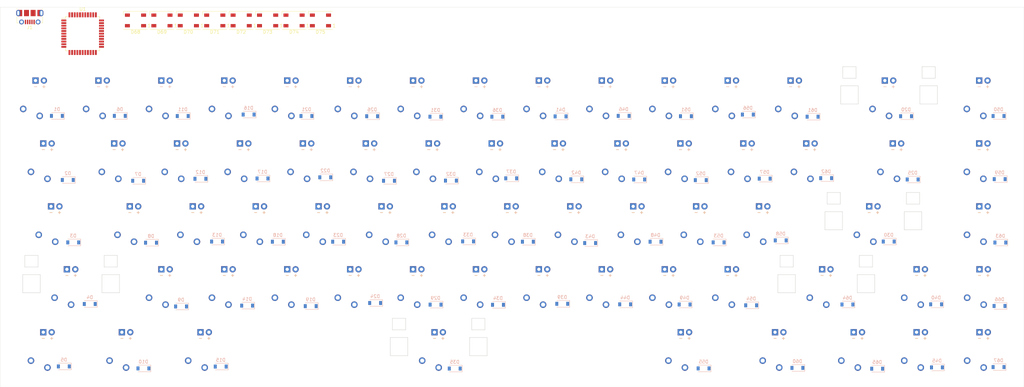
<source format=kicad_pcb>
(kicad_pcb (version 20171130) (host pcbnew "(5.1.6)-1")
  (layers (0 F.Cu signal) (31 B.Cu signal) (34 B.Paste user) (35 F.Paste user) (36 B.SilkS user) (37 F.SilkS user) (38 B.Mask user) (39 F.Mask user) (44 Edge.Cuts user))
  (net 0 "")
  (net 1 "Net-(D1-Pad2)")
  (net 2 R1)
  (net 3 "Net-(D2-Pad2)")
  (net 4 R2)
  (net 5 R3)
  (net 6 "Net-(D3-Pad2)")
  (net 7 R4)
  (net 8 "Net-(D4-Pad2)")
  (net 9 "Net-(D5-Pad2)")
  (net 10 R5)
  (net 11 "Net-(D6-Pad2)")
  (net 12 "Net-(D7-Pad2)")
  (net 13 "Net-(D8-Pad2)")
  (net 14 "Net-(D9-Pad2)")
  (net 15 "Net-(D10-Pad2)")
  (net 16 "Net-(D11-Pad2)")
  (net 17 "Net-(D12-Pad2)")
  (net 18 "Net-(D13-Pad2)")
  (net 19 "Net-(D14-Pad2)")
  (net 20 "Net-(D15-Pad2)")
  (net 21 "Net-(D16-Pad2)")
  (net 22 "Net-(D17-Pad2)")
  (net 23 "Net-(D18-Pad2)")
  (net 24 "Net-(D19-Pad2)")
  (net 25 "Net-(D20-Pad2)")
  (net 26 "Net-(D21-Pad2)")
  (net 27 "Net-(D22-Pad2)")
  (net 28 "Net-(D23-Pad2)")
  (net 29 "Net-(D24-Pad2)")
  (net 30 "Net-(D25-Pad2)")
  (net 31 "Net-(D26-Pad2)")
  (net 32 "Net-(D27-Pad2)")
  (net 33 "Net-(D28-Pad2)")
  (net 34 "Net-(D29-Pad2)")
  (net 35 "Net-(D30-Pad2)")
  (net 36 "Net-(D31-Pad2)")
  (net 37 "Net-(D32-Pad2)")
  (net 38 "Net-(D33-Pad2)")
  (net 39 "Net-(D34-Pad2)")
  (net 40 "Net-(D35-Pad2)")
  (net 41 "Net-(D36-Pad2)")
  (net 42 "Net-(D37-Pad2)")
  (net 43 "Net-(D38-Pad2)")
  (net 44 "Net-(D39-Pad2)")
  (net 45 "Net-(D40-Pad2)")
  (net 46 "Net-(D41-Pad2)")
  (net 47 "Net-(D42-Pad2)")
  (net 48 "Net-(D43-Pad2)")
  (net 49 "Net-(D44-Pad2)")
  (net 50 "Net-(D45-Pad2)")
  (net 51 "Net-(D46-Pad2)")
  (net 52 "Net-(D47-Pad2)")
  (net 53 "Net-(D48-Pad2)")
  (net 54 "Net-(D49-Pad2)")
  (net 55 "Net-(D50-Pad2)")
  (net 56 "Net-(D51-Pad2)")
  (net 57 "Net-(D52-Pad2)")
  (net 58 "Net-(D53-Pad2)")
  (net 59 "Net-(D54-Pad2)")
  (net 60 "Net-(D55-Pad2)")
  (net 61 "Net-(D56-Pad2)")
  (net 62 "Net-(D57-Pad2)")
  (net 63 "Net-(D58-Pad2)")
  (net 64 "Net-(D59-Pad2)")
  (net 65 "Net-(D60-Pad2)")
  (net 66 "Net-(D61-Pad2)")
  (net 67 "Net-(D62-Pad2)")
  (net 68 "Net-(D63-Pad2)")
  (net 69 "Net-(D64-Pad2)")
  (net 70 "Net-(D65-Pad2)")
  (net 71 "Net-(J1-Pad6)")
  (net 72 "Net-(J1-Pad2)")
  (net 73 "Net-(J1-Pad1)")
  (net 74 "Net-(J1-Pad5)")
  (net 75 "Net-(J1-Pad4)")
  (net 76 "Net-(J1-Pad3)")
  (net 77 C1)
  (net 78 C2)
  (net 79 C3)
  (net 80 C4)
  (net 81 C5)
  (net 82 C6)
  (net 83 C7)
  (net 84 C8)
  (net 85 C9)
  (net 86 C10)
  (net 87 C11)
  (net 88 C12)
  (net 89 C13)
  (net 90 "Net-(U1-Pad1)")
  (net 91 "Net-(U1-Pad2)")
  (net 92 "Net-(U1-Pad3)")
  (net 93 "Net-(U1-Pad4)")
  (net 94 "Net-(U1-Pad5)")
  (net 95 "Net-(U1-Pad6)")
  (net 96 "Net-(U1-Pad7)")
  (net 97 "Net-(U1-Pad8)")
  (net 98 "Net-(U1-Pad9)")
  (net 99 "Net-(U1-Pad10)")
  (net 100 "Net-(U1-Pad11)")
  (net 101 "Net-(U1-Pad12)")
  (net 102 "Net-(U1-Pad13)")
  (net 103 "Net-(U1-Pad14)")
  (net 104 "Net-(U1-Pad15)")
  (net 105 "Net-(U1-Pad16)")
  (net 106 "Net-(U1-Pad17)")
  (net 107 "Net-(U1-Pad18)")
  (net 108 "Net-(U1-Pad19)")
  (net 109 "Net-(U1-Pad20)")
  (net 110 "Net-(U1-Pad21)")
  (net 111 "Net-(U1-Pad22)")
  (net 112 "Net-(U1-Pad24)")
  (net 113 "Net-(U1-Pad25)")
  (net 114 "Net-(U1-Pad26)")
  (net 115 "Net-(U1-Pad27)")
  (net 116 "Net-(U1-Pad28)")
  (net 117 "Net-(U1-Pad29)")
  (net 118 "Net-(U1-Pad30)")
  (net 119 "Net-(U1-Pad31)")
  (net 120 "Net-(U1-Pad32)")
  (net 121 "Net-(U1-Pad33)")
  (net 122 "Net-(U1-Pad36)")
  (net 123 "Net-(U1-Pad37)")
  (net 124 "Net-(U1-Pad38)")
  (net 125 "Net-(U1-Pad39)")
  (net 126 "Net-(U1-Pad40)")
  (net 127 "Net-(U1-Pad41)")
  (net 128 "Net-(U1-Pad42)")
  (net 129 "Net-(D66-Pad2)")
  (net 130 "Net-(D67-Pad2)")
  (net 131 C14)
  (net 132 C15)
  (net 133 GND)
  (net 134 NEO)
  (net 135 "Net-(D68-Pad2)")
  (net 136 +5V)
  (net 137 "Net-(D69-Pad2)")
  (net 138 "Net-(D70-Pad2)")
  (net 139 "Net-(D71-Pad2)")
  (net 140 "Net-(D72-Pad2)")
  (net 141 "Net-(D73-Pad2)")
  (net 142 "Net-(D74-Pad2)")
  (net 143 "Net-(D75-Pad2)")
  (module Diode_SMD:D_SOD-123 (layer B.Cu) (at 27.2 27.9 180)
    (fp_text reference D1 (at 0 2) (layer B.SilkS) (effects (justify mirror)))
    (fp_text value D)
    (pad 2 smd rect (at 1.65 0 180) (size 0.9 1.2) (layers B.Cu B.Paste B.Mask) (net 1 "Net-(D1-Pad2)"))
    (pad 1 smd rect (at -1.65 0 180) (size 0.9 1.2) (layers B.Cu B.Paste B.Mask) (net 2 R1))
  )
  (module Diode_SMD:D_SOD-123 (layer B.Cu) (at 30.5 47.3 180)
    (fp_text reference D2 (at 0 2) (layer B.SilkS) (effects (justify mirror)))
    (fp_text value D)
    (pad 2 smd rect (at 1.65 0 180) (size 0.9 1.2) (layers B.Cu B.Paste B.Mask) (net 3 "Net-(D2-Pad2)"))
    (pad 1 smd rect (at -1.65 0 180) (size 0.9 1.2) (layers B.Cu B.Paste B.Mask) (net 4 R2))
  )
  (module Diode_SMD:D_SOD-123 (layer B.Cu) (at 32.15 66.2 180)
    (fp_text reference D3 (at 0 2) (layer B.SilkS) (effects (justify mirror)))
    (fp_text value D)
    (pad 1 smd rect (at -1.65 0 180) (size 0.9 1.2) (layers B.Cu B.Paste B.Mask) (net 5 R3))
    (pad 2 smd rect (at 1.65 0 180) (size 0.9 1.2) (layers B.Cu B.Paste B.Mask) (net 6 "Net-(D3-Pad2)"))
  )
  (module Diode_SMD:D_SOD-123 (layer B.Cu) (at 37.15 84.85 180)
    (fp_text reference D4 (at 0 2) (layer B.SilkS) (effects (justify mirror)))
    (fp_text value D)
    (pad 1 smd rect (at -1.65 0 180) (size 0.9 1.2) (layers B.Cu B.Paste B.Mask) (net 7 R4))
    (pad 2 smd rect (at 1.65 0 180) (size 0.9 1.2) (layers B.Cu B.Paste B.Mask) (net 8 "Net-(D4-Pad2)"))
  )
  (module Diode_SMD:D_SOD-123 (layer B.Cu) (at 29.3 103.75 180)
    (fp_text reference D5 (at 0 2) (layer B.SilkS) (effects (justify mirror)))
    (fp_text value D)
    (pad 2 smd rect (at 1.65 0 180) (size 0.9 1.2) (layers B.Cu B.Paste B.Mask) (net 9 "Net-(D5-Pad2)"))
    (pad 1 smd rect (at -1.65 0 180) (size 0.9 1.2) (layers B.Cu B.Paste B.Mask) (net 10 R5))
  )
  (module Diode_SMD:D_SOD-123 (layer B.Cu) (at 46.25 27.9 180)
    (fp_text reference D6 (at 0 2) (layer B.SilkS) (effects (justify mirror)))
    (fp_text value D)
    (pad 2 smd rect (at 1.65 0 180) (size 0.9 1.2) (layers B.Cu B.Paste B.Mask) (net 11 "Net-(D6-Pad2)"))
    (pad 1 smd rect (at -1.65 0 180) (size 0.9 1.2) (layers B.Cu B.Paste B.Mask) (net 2 R1))
  )
  (module Diode_SMD:D_SOD-123 (layer B.Cu) (at 51.8 47.55 180)
    (fp_text reference D7 (at 0 2) (layer B.SilkS) (effects (justify mirror)))
    (fp_text value D)
    (pad 1 smd rect (at -1.65 0 180) (size 0.9 1.2) (layers B.Cu B.Paste B.Mask) (net 4 R2))
    (pad 2 smd rect (at 1.65 0 180) (size 0.9 1.2) (layers B.Cu B.Paste B.Mask) (net 12 "Net-(D7-Pad2)"))
  )
  (module Diode_SMD:D_SOD-123 (layer B.Cu) (at 55.7 66.3 180)
    (fp_text reference D8 (at 0 2) (layer B.SilkS) (effects (justify mirror)))
    (fp_text value D)
    (pad 1 smd rect (at -1.65 0 180) (size 0.9 1.2) (layers B.Cu B.Paste B.Mask) (net 5 R3))
    (pad 2 smd rect (at 1.65 0 180) (size 0.9 1.2) (layers B.Cu B.Paste B.Mask) (net 13 "Net-(D8-Pad2)"))
  )
  (module Diode_SMD:D_SOD-123 (layer B.Cu) (at 64.8 85.6 180)
    (fp_text reference D9 (at 0 2) (layer B.SilkS) (effects (justify mirror)))
    (fp_text value D)
    (pad 2 smd rect (at 1.65 0 180) (size 0.9 1.2) (layers B.Cu B.Paste B.Mask) (net 14 "Net-(D9-Pad2)"))
    (pad 1 smd rect (at -1.65 0 180) (size 0.9 1.2) (layers B.Cu B.Paste B.Mask) (net 7 R4))
  )
  (module Diode_SMD:D_SOD-123 (layer B.Cu) (at 53.4 104.35 180)
    (fp_text reference D10 (at 0 2) (layer B.SilkS) (effects (justify mirror)))
    (fp_text value D)
    (pad 1 smd rect (at -1.65 0 180) (size 0.9 1.2) (layers B.Cu B.Paste B.Mask) (net 10 R5))
    (pad 2 smd rect (at 1.65 0 180) (size 0.9 1.2) (layers B.Cu B.Paste B.Mask) (net 15 "Net-(D10-Pad2)"))
  )
  (module Diode_SMD:D_SOD-123 (layer B.Cu) (at 65.3 27.95 180)
    (fp_text reference D11 (at 0 2) (layer B.SilkS) (effects (justify mirror)))
    (fp_text value D)
    (pad 1 smd rect (at -1.65 0 180) (size 0.9 1.2) (layers B.Cu B.Paste B.Mask) (net 2 R1))
    (pad 2 smd rect (at 1.65 0 180) (size 0.9 1.2) (layers B.Cu B.Paste B.Mask) (net 16 "Net-(D11-Pad2)"))
  )
  (module Diode_SMD:D_SOD-123 (layer B.Cu) (at 70.65 46.95 180)
    (fp_text reference D12 (at 0 2) (layer B.SilkS) (effects (justify mirror)))
    (fp_text value D)
    (pad 2 smd rect (at 1.65 0 180) (size 0.9 1.2) (layers B.Cu B.Paste B.Mask) (net 17 "Net-(D12-Pad2)"))
    (pad 1 smd rect (at -1.65 0 180) (size 0.9 1.2) (layers B.Cu B.Paste B.Mask) (net 4 R2))
  )
  (module Diode_SMD:D_SOD-123 (layer B.Cu) (at 75.7 65.95 180)
    (fp_text reference D13 (at 0 2) (layer B.SilkS) (effects (justify mirror)))
    (fp_text value D)
    (pad 2 smd rect (at 1.65 0 180) (size 0.9 1.2) (layers B.Cu B.Paste B.Mask) (net 18 "Net-(D13-Pad2)"))
    (pad 1 smd rect (at -1.65 0 180) (size 0.9 1.2) (layers B.Cu B.Paste B.Mask) (net 5 R3))
  )
  (module Diode_SMD:D_SOD-123 (layer B.Cu) (at 84.8 85.35 180)
    (fp_text reference D14 (at 0 2) (layer B.SilkS) (effects (justify mirror)))
    (fp_text value D)
    (pad 1 smd rect (at -1.65 0 180) (size 0.9 1.2) (layers B.Cu B.Paste B.Mask) (net 7 R4))
    (pad 2 smd rect (at 1.65 0 180) (size 0.9 1.2) (layers B.Cu B.Paste B.Mask) (net 19 "Net-(D14-Pad2)"))
  )
  (module Diode_SMD:D_SOD-123 (layer B.Cu) (at 76.8 103.8 180)
    (fp_text reference D15 (at 0 2) (layer B.SilkS) (effects (justify mirror)))
    (fp_text value D)
    (pad 2 smd rect (at 1.65 0 180) (size 0.9 1.2) (layers B.Cu B.Paste B.Mask) (net 20 "Net-(D15-Pad2)"))
    (pad 1 smd rect (at -1.65 0 180) (size 0.9 1.2) (layers B.Cu B.Paste B.Mask) (net 10 R5))
  )
  (module Diode_SMD:D_SOD-123 (layer B.Cu) (at 85.25 27.5 180)
    (fp_text reference D16 (at 0 2) (layer B.SilkS) (effects (justify mirror)))
    (fp_text value D)
    (pad 2 smd rect (at 1.65 0 180) (size 0.9 1.2) (layers B.Cu B.Paste B.Mask) (net 21 "Net-(D16-Pad2)"))
    (pad 1 smd rect (at -1.65 0 180) (size 0.9 1.2) (layers B.Cu B.Paste B.Mask) (net 2 R1))
  )
  (module Diode_SMD:D_SOD-123 (layer B.Cu) (at 89.45 46.85 180)
    (fp_text reference D17 (at 0 2) (layer B.SilkS) (effects (justify mirror)))
    (fp_text value D)
    (pad 1 smd rect (at -1.65 0 180) (size 0.9 1.2) (layers B.Cu B.Paste B.Mask) (net 4 R2))
    (pad 2 smd rect (at 1.65 0 180) (size 0.9 1.2) (layers B.Cu B.Paste B.Mask) (net 22 "Net-(D17-Pad2)"))
  )
  (module Diode_SMD:D_SOD-123 (layer B.Cu) (at 94.1 66 180)
    (fp_text reference D18 (at 0 2) (layer B.SilkS) (effects (justify mirror)))
    (fp_text value D)
    (pad 2 smd rect (at 1.65 0 180) (size 0.9 1.2) (layers B.Cu B.Paste B.Mask) (net 23 "Net-(D18-Pad2)"))
    (pad 1 smd rect (at -1.65 0 180) (size 0.9 1.2) (layers B.Cu B.Paste B.Mask) (net 5 R3))
  )
  (module Diode_SMD:D_SOD-123 (layer B.Cu) (at 104.05 85.5 180)
    (fp_text reference D19 (at 0 2) (layer B.SilkS) (effects (justify mirror)))
    (fp_text value D)
    (pad 1 smd rect (at -1.65 0 180) (size 0.9 1.2) (layers B.Cu B.Paste B.Mask) (net 7 R4))
    (pad 2 smd rect (at 1.65 0 180) (size 0.9 1.2) (layers B.Cu B.Paste B.Mask) (net 24 "Net-(D19-Pad2)"))
  )
  (module Diode_SMD:D_SOD-123 (layer B.Cu) (at 102.75 27.95 180)
    (fp_text reference D21 (at 0 2) (layer B.SilkS) (effects (justify mirror)))
    (fp_text value D)
    (pad 1 smd rect (at -1.65 0 180) (size 0.9 1.2) (layers B.Cu B.Paste B.Mask) (net 2 R1))
    (pad 2 smd rect (at 1.65 0 180) (size 0.9 1.2) (layers B.Cu B.Paste B.Mask) (net 26 "Net-(D21-Pad2)"))
  )
  (module Diode_SMD:D_SOD-123 (layer B.Cu) (at 108.45 46.5 180)
    (fp_text reference D22 (at 0 2) (layer B.SilkS) (effects (justify mirror)))
    (fp_text value D)
    (pad 2 smd rect (at 1.65 0 180) (size 0.9 1.2) (layers B.Cu B.Paste B.Mask) (net 27 "Net-(D22-Pad2)"))
    (pad 1 smd rect (at -1.65 0 180) (size 0.9 1.2) (layers B.Cu B.Paste B.Mask) (net 4 R2))
  )
  (module Diode_SMD:D_SOD-123 (layer B.Cu) (at 112.35 66 180)
    (fp_text reference D23 (at 0 2) (layer B.SilkS) (effects (justify mirror)))
    (fp_text value D)
    (pad 1 smd rect (at -1.65 0 180) (size 0.9 1.2) (layers B.Cu B.Paste B.Mask) (net 5 R3))
    (pad 2 smd rect (at 1.65 0 180) (size 0.9 1.2) (layers B.Cu B.Paste B.Mask) (net 28 "Net-(D23-Pad2)"))
  )
  (module Diode_SMD:D_SOD-123 (layer B.Cu) (at 123.55 84.55 180)
    (fp_text reference D24 (at 0 2) (layer B.SilkS) (effects (justify mirror)))
    (fp_text value D)
    (pad 2 smd rect (at 1.65 0 180) (size 0.9 1.2) (layers B.Cu B.Paste B.Mask) (net 29 "Net-(D24-Pad2)"))
    (pad 1 smd rect (at -1.65 0 180) (size 0.9 1.2) (layers B.Cu B.Paste B.Mask) (net 7 R4))
  )
  (module Diode_SMD:D_SOD-123 (layer B.Cu) (at 122.65 28 180)
    (fp_text reference D26 (at 0 2) (layer B.SilkS) (effects (justify mirror)))
    (fp_text value D)
    (pad 2 smd rect (at 1.65 0 180) (size 0.9 1.2) (layers B.Cu B.Paste B.Mask) (net 31 "Net-(D26-Pad2)"))
    (pad 1 smd rect (at -1.65 0 180) (size 0.9 1.2) (layers B.Cu B.Paste B.Mask) (net 2 R1))
  )
  (module Diode_SMD:D_SOD-123 (layer B.Cu) (at 127.75 47.55 180)
    (fp_text reference D27 (at 0 2) (layer B.SilkS) (effects (justify mirror)))
    (fp_text value D)
    (pad 1 smd rect (at -1.65 0 180) (size 0.9 1.2) (layers B.Cu B.Paste B.Mask) (net 4 R2))
    (pad 2 smd rect (at 1.65 0 180) (size 0.9 1.2) (layers B.Cu B.Paste B.Mask) (net 32 "Net-(D27-Pad2)"))
  )
  (module Diode_SMD:D_SOD-123 (layer B.Cu) (at 131.5 66.2 180)
    (fp_text reference D28 (at 0 2) (layer B.SilkS) (effects (justify mirror)))
    (fp_text value D)
    (pad 2 smd rect (at 1.65 0 180) (size 0.9 1.2) (layers B.Cu B.Paste B.Mask) (net 33 "Net-(D28-Pad2)"))
    (pad 1 smd rect (at -1.65 0 180) (size 0.9 1.2) (layers B.Cu B.Paste B.Mask) (net 5 R3))
  )
  (module Diode_SMD:D_SOD-123 (layer B.Cu) (at 141.85 85.05 180)
    (fp_text reference D29 (at 0 2) (layer B.SilkS) (effects (justify mirror)))
    (fp_text value D)
    (pad 1 smd rect (at -1.65 0 180) (size 0.9 1.2) (layers B.Cu B.Paste B.Mask) (net 7 R4))
    (pad 2 smd rect (at 1.65 0 180) (size 0.9 1.2) (layers B.Cu B.Paste B.Mask) (net 34 "Net-(D29-Pad2)"))
  )
  (module Diode_SMD:D_SOD-123 (layer B.Cu) (at 141.8 28.15 180)
    (fp_text reference D31 (at 0 2) (layer B.SilkS) (effects (justify mirror)))
    (fp_text value D)
    (pad 1 smd rect (at -1.65 0 180) (size 0.9 1.2) (layers B.Cu B.Paste B.Mask) (net 2 R1))
    (pad 2 smd rect (at 1.65 0 180) (size 0.9 1.2) (layers B.Cu B.Paste B.Mask) (net 36 "Net-(D31-Pad2)"))
  )
  (module Diode_SMD:D_SOD-123 (layer B.Cu) (at 146.5 47.5 180)
    (fp_text reference D32 (at 0 2) (layer B.SilkS) (effects (justify mirror)))
    (fp_text value D)
    (pad 2 smd rect (at 1.65 0 180) (size 0.9 1.2) (layers B.Cu B.Paste B.Mask) (net 37 "Net-(D32-Pad2)"))
    (pad 1 smd rect (at -1.65 0 180) (size 0.9 1.2) (layers B.Cu B.Paste B.Mask) (net 4 R2))
  )
  (module Diode_SMD:D_SOD-123 (layer B.Cu) (at 151.7 65.9 180)
    (fp_text reference D33 (at 0 2) (layer B.SilkS) (effects (justify mirror)))
    (fp_text value D)
    (pad 1 smd rect (at -1.65 0 180) (size 0.9 1.2) (layers B.Cu B.Paste B.Mask) (net 5 R3))
    (pad 2 smd rect (at 1.65 0 180) (size 0.9 1.2) (layers B.Cu B.Paste B.Mask) (net 38 "Net-(D33-Pad2)"))
  )
  (module Diode_SMD:D_SOD-123 (layer B.Cu) (at 160.75 85.1 180)
    (fp_text reference D34 (at 0 2) (layer B.SilkS) (effects (justify mirror)))
    (fp_text value D)
    (pad 1 smd rect (at -1.65 0 180) (size 0.9 1.2) (layers B.Cu B.Paste B.Mask) (net 7 R4))
    (pad 2 smd rect (at 1.65 0 180) (size 0.9 1.2) (layers B.Cu B.Paste B.Mask) (net 39 "Net-(D34-Pad2)"))
  )
  (module Diode_SMD:D_SOD-123 (layer B.Cu) (at 147.65 104.4 180)
    (fp_text reference D35 (at 0 2) (layer B.SilkS) (effects (justify mirror)))
    (fp_text value D)
    (pad 2 smd rect (at 1.65 0 180) (size 0.9 1.2) (layers B.Cu B.Paste B.Mask) (net 40 "Net-(D35-Pad2)"))
    (pad 1 smd rect (at -1.65 0 180) (size 0.9 1.2) (layers B.Cu B.Paste B.Mask) (net 10 R5))
  )
  (module Diode_SMD:D_SOD-123 (layer B.Cu) (at 160.55 28.15 180)
    (fp_text reference D36 (at 0 2) (layer B.SilkS) (effects (justify mirror)))
    (fp_text value D)
    (pad 2 smd rect (at 1.65 0 180) (size 0.9 1.2) (layers B.Cu B.Paste B.Mask) (net 41 "Net-(D36-Pad2)"))
    (pad 1 smd rect (at -1.65 0 180) (size 0.9 1.2) (layers B.Cu B.Paste B.Mask) (net 2 R1))
  )
  (module Diode_SMD:D_SOD-123 (layer B.Cu) (at 164.75 46.8 180)
    (fp_text reference D37 (at 0 2) (layer B.SilkS) (effects (justify mirror)))
    (fp_text value D)
    (pad 1 smd rect (at -1.65 0 180) (size 0.9 1.2) (layers B.Cu B.Paste B.Mask) (net 4 R2))
    (pad 2 smd rect (at 1.65 0 180) (size 0.9 1.2) (layers B.Cu B.Paste B.Mask) (net 42 "Net-(D37-Pad2)"))
  )
  (module Diode_SMD:D_SOD-123 (layer B.Cu) (at 169.8 66 180)
    (fp_text reference D38 (at 0 2) (layer B.SilkS) (effects (justify mirror)))
    (fp_text value D)
    (pad 2 smd rect (at 1.65 0 180) (size 0.9 1.2) (layers B.Cu B.Paste B.Mask) (net 43 "Net-(D38-Pad2)"))
    (pad 1 smd rect (at -1.65 0 180) (size 0.9 1.2) (layers B.Cu B.Paste B.Mask) (net 5 R3))
  )
  (module Diode_SMD:D_SOD-123 (layer B.Cu) (at 180.2 84.8 180)
    (fp_text reference D39 (at 0 2) (layer B.SilkS) (effects (justify mirror)))
    (fp_text value D)
    (pad 2 smd rect (at 1.65 0 180) (size 0.9 1.2) (layers B.Cu B.Paste B.Mask) (net 44 "Net-(D39-Pad2)"))
    (pad 1 smd rect (at -1.65 0 180) (size 0.9 1.2) (layers B.Cu B.Paste B.Mask) (net 7 R4))
  )
  (module Diode_SMD:D_SOD-123 (layer B.Cu) (at 179.7 28.05 180)
    (fp_text reference D41 (at 0 2) (layer B.SilkS) (effects (justify mirror)))
    (fp_text value D)
    (pad 1 smd rect (at -1.65 0 180) (size 0.9 1.2) (layers B.Cu B.Paste B.Mask) (net 2 R1))
    (pad 2 smd rect (at 1.65 0 180) (size 0.9 1.2) (layers B.Cu B.Paste B.Mask) (net 46 "Net-(D41-Pad2)"))
  )
  (module Diode_SMD:D_SOD-123 (layer B.Cu) (at 184.45 47.1 180)
    (fp_text reference D42 (at 0 2) (layer B.SilkS) (effects (justify mirror)))
    (fp_text value D)
    (pad 1 smd rect (at -1.65 0 180) (size 0.9 1.2) (layers B.Cu B.Paste B.Mask) (net 4 R2))
    (pad 2 smd rect (at 1.65 0 180) (size 0.9 1.2) (layers B.Cu B.Paste B.Mask) (net 47 "Net-(D42-Pad2)"))
  )
  (module Diode_SMD:D_SOD-123 (layer B.Cu) (at 188.65 66.4 180)
    (fp_text reference D43 (at 0 2) (layer B.SilkS) (effects (justify mirror)))
    (fp_text value D)
    (pad 1 smd rect (at -1.65 0 180) (size 0.9 1.2) (layers B.Cu B.Paste B.Mask) (net 5 R3))
    (pad 2 smd rect (at 1.65 0 180) (size 0.9 1.2) (layers B.Cu B.Paste B.Mask) (net 48 "Net-(D43-Pad2)"))
  )
  (module Diode_SMD:D_SOD-123 (layer B.Cu) (at 199.25 84.95 180)
    (fp_text reference D44 (at 0 2) (layer B.SilkS) (effects (justify mirror)))
    (fp_text value D)
    (pad 2 smd rect (at 1.65 0 180) (size 0.9 1.2) (layers B.Cu B.Paste B.Mask) (net 49 "Net-(D44-Pad2)"))
    (pad 1 smd rect (at -1.65 0 180) (size 0.9 1.2) (layers B.Cu B.Paste B.Mask) (net 7 R4))
  )
  (module Diode_SMD:D_SOD-123 (layer B.Cu) (at 198.8 27.9 180)
    (fp_text reference D46 (at 0 2) (layer B.SilkS) (effects (justify mirror)))
    (fp_text value D)
    (pad 2 smd rect (at 1.65 0 180) (size 0.9 1.2) (layers B.Cu B.Paste B.Mask) (net 51 "Net-(D46-Pad2)"))
    (pad 1 smd rect (at -1.65 0 180) (size 0.9 1.2) (layers B.Cu B.Paste B.Mask) (net 2 R1))
  )
  (module Diode_SMD:D_SOD-123 (layer B.Cu) (at 203.5 47.15 180)
    (fp_text reference D47 (at 0 2) (layer B.SilkS) (effects (justify mirror)))
    (fp_text value D)
    (pad 2 smd rect (at 1.65 0 180) (size 0.9 1.2) (layers B.Cu B.Paste B.Mask) (net 52 "Net-(D47-Pad2)"))
    (pad 1 smd rect (at -1.65 0 180) (size 0.9 1.2) (layers B.Cu B.Paste B.Mask) (net 4 R2))
  )
  (module Diode_SMD:D_SOD-123 (layer B.Cu) (at 208.45 66 180)
    (fp_text reference D48 (at 0 2) (layer B.SilkS) (effects (justify mirror)))
    (fp_text value D)
    (pad 2 smd rect (at 1.65 0 180) (size 0.9 1.2) (layers B.Cu B.Paste B.Mask) (net 53 "Net-(D48-Pad2)"))
    (pad 1 smd rect (at -1.65 0 180) (size 0.9 1.2) (layers B.Cu B.Paste B.Mask) (net 5 R3))
  )
  (module Diode_SMD:D_SOD-123 (layer B.Cu) (at 217.25 85 180)
    (fp_text reference D49 (at 0 2) (layer B.SilkS) (effects (justify mirror)))
    (fp_text value D)
    (pad 1 smd rect (at -1.65 0 180) (size 0.9 1.2) (layers B.Cu B.Paste B.Mask) (net 7 R4))
    (pad 2 smd rect (at 1.65 0 180) (size 0.9 1.2) (layers B.Cu B.Paste B.Mask) (net 54 "Net-(D49-Pad2)"))
  )
  (module Diode_SMD:D_SOD-123 (layer B.Cu) (at 217.65 28 180)
    (fp_text reference D51 (at 0 2) (layer B.SilkS) (effects (justify mirror)))
    (fp_text value D)
    (pad 1 smd rect (at -1.65 0 180) (size 0.9 1.2) (layers B.Cu B.Paste B.Mask) (net 2 R1))
    (pad 2 smd rect (at 1.65 0 180) (size 0.9 1.2) (layers B.Cu B.Paste B.Mask) (net 56 "Net-(D51-Pad2)"))
  )
  (module Diode_SMD:D_SOD-123 (layer B.Cu) (at 222.15 47.35 180)
    (fp_text reference D52 (at 0 2) (layer B.SilkS) (effects (justify mirror)))
    (fp_text value D)
    (pad 1 smd rect (at -1.65 0 180) (size 0.9 1.2) (layers B.Cu B.Paste B.Mask) (net 4 R2))
    (pad 2 smd rect (at 1.65 0 180) (size 0.9 1.2) (layers B.Cu B.Paste B.Mask) (net 57 "Net-(D52-Pad2)"))
  )
  (module Diode_SMD:D_SOD-123 (layer B.Cu) (at 227.55 66.2 180)
    (fp_text reference D53 (at 0 2) (layer B.SilkS) (effects (justify mirror)))
    (fp_text value D)
    (pad 1 smd rect (at -1.65 0 180) (size 0.9 1.2) (layers B.Cu B.Paste B.Mask) (net 5 R3))
    (pad 2 smd rect (at 1.65 0 180) (size 0.9 1.2) (layers B.Cu B.Paste B.Mask) (net 58 "Net-(D53-Pad2)"))
  )
  (module Diode_SMD:D_SOD-123 (layer B.Cu) (at 237.4 85.25 180)
    (fp_text reference D54 (at 0 2) (layer B.SilkS) (effects (justify mirror)))
    (fp_text value D)
    (pad 2 smd rect (at 1.65 0 180) (size 0.9 1.2) (layers B.Cu B.Paste B.Mask) (net 59 "Net-(D54-Pad2)"))
    (pad 1 smd rect (at -1.65 0 180) (size 0.9 1.2) (layers B.Cu B.Paste B.Mask) (net 7 R4))
  )
  (module Diode_SMD:D_SOD-123 (layer B.Cu) (at 223 104.35 180)
    (fp_text reference D55 (at 0 2) (layer B.SilkS) (effects (justify mirror)))
    (fp_text value D)
    (pad 2 smd rect (at 1.65 0 180) (size 0.9 1.2) (layers B.Cu B.Paste B.Mask) (net 60 "Net-(D55-Pad2)"))
    (pad 1 smd rect (at -1.65 0 180) (size 0.9 1.2) (layers B.Cu B.Paste B.Mask) (net 10 R5))
  )
  (module Diode_SMD:D_SOD-123 (layer B.Cu) (at 236.4 27.5 180)
    (fp_text reference D56 (at 0 2) (layer B.SilkS) (effects (justify mirror)))
    (fp_text value D)
    (pad 2 smd rect (at 1.65 0 180) (size 0.9 1.2) (layers B.Cu B.Paste B.Mask) (net 61 "Net-(D56-Pad2)"))
    (pad 1 smd rect (at -1.65 0 180) (size 0.9 1.2) (layers B.Cu B.Paste B.Mask) (net 2 R1))
  )
  (module Diode_SMD:D_SOD-123 (layer B.Cu) (at 241.5 46.9 180)
    (fp_text reference D57 (at 0 2) (layer B.SilkS) (effects (justify mirror)))
    (fp_text value D)
    (pad 2 smd rect (at 1.65 0 180) (size 0.9 1.2) (layers B.Cu B.Paste B.Mask) (net 62 "Net-(D57-Pad2)"))
    (pad 1 smd rect (at -1.65 0 180) (size 0.9 1.2) (layers B.Cu B.Paste B.Mask) (net 4 R2))
  )
  (module Diode_SMD:D_SOD-123 (layer B.Cu) (at 246.35 65.6 180)
    (fp_text reference D58 (at 0 2) (layer B.SilkS) (effects (justify mirror)))
    (fp_text value D)
    (pad 2 smd rect (at 1.65 0 180) (size 0.9 1.2) (layers B.Cu B.Paste B.Mask) (net 63 "Net-(D58-Pad2)"))
    (pad 1 smd rect (at -1.65 0 180) (size 0.9 1.2) (layers B.Cu B.Paste B.Mask) (net 5 R3))
  )
  (module Diode_SMD:D_SOD-123 (layer B.Cu) (at 251.4 104.2 180)
    (fp_text reference D60 (at 0 2) (layer B.SilkS) (effects (justify mirror)))
    (fp_text value D)
    (pad 1 smd rect (at -1.65 0 180) (size 0.9 1.2) (layers B.Cu B.Paste B.Mask) (net 10 R5))
    (pad 2 smd rect (at 1.65 0 180) (size 0.9 1.2) (layers B.Cu B.Paste B.Mask) (net 65 "Net-(D60-Pad2)"))
  )
  (module Diode_SMD:D_SOD-123 (layer B.Cu) (at 256 28.15 180)
    (fp_text reference D61 (at 0 2) (layer B.SilkS) (effects (justify mirror)))
    (fp_text value D)
    (pad 1 smd rect (at -1.65 0 180) (size 0.9 1.2) (layers B.Cu B.Paste B.Mask) (net 2 R1))
    (pad 2 smd rect (at 1.65 0 180) (size 0.9 1.2) (layers B.Cu B.Paste B.Mask) (net 66 "Net-(D61-Pad2)"))
  )
  (module Diode_SMD:D_SOD-123 (layer B.Cu) (at 260.1 46.75 180)
    (fp_text reference D62 (at 0 2) (layer B.SilkS) (effects (justify mirror)))
    (fp_text value D)
    (pad 1 smd rect (at -1.65 0 180) (size 0.9 1.2) (layers B.Cu B.Paste B.Mask) (net 4 R2))
    (pad 2 smd rect (at 1.65 0 180) (size 0.9 1.2) (layers B.Cu B.Paste B.Mask) (net 67 "Net-(D62-Pad2)"))
  )
  (module Diode_SMD:D_SOD-123 (layer B.Cu) (at 266.55 85 180)
    (fp_text reference D64 (at 0 2) (layer B.SilkS) (effects (justify mirror)))
    (fp_text value D)
    (pad 2 smd rect (at 1.65 0 180) (size 0.9 1.2) (layers B.Cu B.Paste B.Mask) (net 69 "Net-(D64-Pad2)"))
    (pad 1 smd rect (at -1.65 0 180) (size 0.9 1.2) (layers B.Cu B.Paste B.Mask) (net 7 R4))
  )
  (module Diode_SMD:D_SOD-123 (layer B.Cu) (at 275.55 104.45 180)
    (fp_text reference D65 (at 0 2) (layer B.SilkS) (effects (justify mirror)))
    (fp_text value D)
    (pad 2 smd rect (at 1.65 0 180) (size 0.9 1.2) (layers B.Cu B.Paste B.Mask) (net 70 "Net-(D65-Pad2)"))
    (pad 1 smd rect (at -1.65 0 180) (size 0.9 1.2) (layers B.Cu B.Paste B.Mask) (net 10 R5))
  )
  (module Connector_USB:USB_Micro-B_Molex-105017-0001 (layer F.Cu) (at 19 -2 180)
    (fp_text reference J1 (at 0 -3.1125) (layer F.SilkS))
    (fp_text value USB_B_Micro)
    (pad 6 smd rect (at 1 1.2375 180) (size 1.5 1.9) (layers F.Cu F.Paste F.Mask) (net 71 "Net-(J1-Pad6)"))
    (pad 6 thru_hole circle (at -2.5 -1.4625 180) (size 1.45 1.45) (drill 0.85) (layers *.Cu *.Mask) (net 71 "Net-(J1-Pad6)"))
    (pad 2 smd rect (at -0.65 -1.4625 180) (size 0.4 1.35) (layers F.Cu F.Paste F.Mask) (net 72 "Net-(J1-Pad2)"))
    (pad 1 smd rect (at -1.3 -1.4625 180) (size 0.4 1.35) (layers F.Cu F.Paste F.Mask) (net 73 "Net-(J1-Pad1)"))
    (pad 5 smd rect (at 1.3 -1.4625 180) (size 0.4 1.35) (layers F.Cu F.Paste F.Mask) (net 74 "Net-(J1-Pad5)"))
    (pad 4 smd rect (at 0.65 -1.4625 180) (size 0.4 1.35) (layers F.Cu F.Paste F.Mask) (net 75 "Net-(J1-Pad4)"))
    (pad 3 smd rect (at 0 -1.4625 180) (size 0.4 1.35) (layers F.Cu F.Paste F.Mask) (net 76 "Net-(J1-Pad3)"))
    (pad 6 thru_hole circle (at 2.5 -1.4625 180) (size 1.45 1.45) (drill 0.85) (layers *.Cu *.Mask) (net 71 "Net-(J1-Pad6)"))
    (pad 6 smd rect (at -1 1.2375 180) (size 1.5 1.9) (layers F.Cu F.Paste F.Mask) (net 71 "Net-(J1-Pad6)"))
    (pad 6 thru_hole oval (at -3.5 1.2375) (size 1.2 1.9) (drill oval 0.6 1.3) (layers *.Cu *.Mask) (net 71 "Net-(J1-Pad6)"))
    (pad 6 thru_hole oval (at 3.5 1.2375 180) (size 1.2 1.9) (drill oval 0.6 1.3) (layers *.Cu *.Mask) (net 71 "Net-(J1-Pad6)"))
    (pad 6 smd rect (at 2.9 1.2375 180) (size 1.2 1.9) (layers F.Cu F.Mask) (net 71 "Net-(J1-Pad6)"))
    (pad 6 smd rect (at -2.9 1.2375 180) (size 1.2 1.9) (layers F.Cu F.Mask) (net 71 "Net-(J1-Pad6)"))
  )
  (module Package_QFP:TQFP-44_10x10mm_P0.8mm (layer F.Cu) (at 35 3)
    (fp_text reference U1 (at 0 -7.45) (layer F.SilkS))
    (fp_text value ATmega32U4-AU)
    (pad 1 smd rect (at -5.7 -4) (size 1.5 0.55) (layers F.Cu F.Paste F.Mask) (net 90 "Net-(U1-Pad1)"))
    (pad 2 smd rect (at -5.7 -3.2) (size 1.5 0.55) (layers F.Cu F.Paste F.Mask) (net 91 "Net-(U1-Pad2)"))
    (pad 3 smd rect (at -5.7 -2.4) (size 1.5 0.55) (layers F.Cu F.Paste F.Mask) (net 92 "Net-(U1-Pad3)"))
    (pad 4 smd rect (at -5.7 -1.6) (size 1.5 0.55) (layers F.Cu F.Paste F.Mask) (net 93 "Net-(U1-Pad4)"))
    (pad 5 smd rect (at -5.7 -0.8) (size 1.5 0.55) (layers F.Cu F.Paste F.Mask) (net 94 "Net-(U1-Pad5)"))
    (pad 6 smd rect (at -5.7 0) (size 1.5 0.55) (layers F.Cu F.Paste F.Mask) (net 95 "Net-(U1-Pad6)"))
    (pad 7 smd rect (at -5.7 0.8) (size 1.5 0.55) (layers F.Cu F.Paste F.Mask) (net 96 "Net-(U1-Pad7)"))
    (pad 8 smd rect (at -5.7 1.6) (size 1.5 0.55) (layers F.Cu F.Paste F.Mask) (net 97 "Net-(U1-Pad8)"))
    (pad 9 smd rect (at -5.7 2.4) (size 1.5 0.55) (layers F.Cu F.Paste F.Mask) (net 98 "Net-(U1-Pad9)"))
    (pad 10 smd rect (at -5.7 3.2) (size 1.5 0.55) (layers F.Cu F.Paste F.Mask) (net 99 "Net-(U1-Pad10)"))
    (pad 11 smd rect (at -5.7 4) (size 1.5 0.55) (layers F.Cu F.Paste F.Mask) (net 100 "Net-(U1-Pad11)"))
    (pad 12 smd rect (at -4 5.7 90) (size 1.5 0.55) (layers F.Cu F.Paste F.Mask) (net 101 "Net-(U1-Pad12)"))
    (pad 13 smd rect (at -3.2 5.7 90) (size 1.5 0.55) (layers F.Cu F.Paste F.Mask) (net 102 "Net-(U1-Pad13)"))
    (pad 14 smd rect (at -2.4 5.7 90) (size 1.5 0.55) (layers F.Cu F.Paste F.Mask) (net 103 "Net-(U1-Pad14)"))
    (pad 15 smd rect (at -1.6 5.7 90) (size 1.5 0.55) (layers F.Cu F.Paste F.Mask) (net 104 "Net-(U1-Pad15)"))
    (pad 16 smd rect (at -0.8 5.7 90) (size 1.5 0.55) (layers F.Cu F.Paste F.Mask) (net 105 "Net-(U1-Pad16)"))
    (pad 17 smd rect (at 0 5.7 90) (size 1.5 0.55) (layers F.Cu F.Paste F.Mask) (net 106 "Net-(U1-Pad17)"))
    (pad 18 smd rect (at 0.8 5.7 90) (size 1.5 0.55) (layers F.Cu F.Paste F.Mask) (net 107 "Net-(U1-Pad18)"))
    (pad 19 smd rect (at 1.6 5.7 90) (size 1.5 0.55) (layers F.Cu F.Paste F.Mask) (net 108 "Net-(U1-Pad19)"))
    (pad 20 smd rect (at 2.4 5.7 90) (size 1.5 0.55) (layers F.Cu F.Paste F.Mask) (net 109 "Net-(U1-Pad20)"))
    (pad 21 smd rect (at 3.2 5.7 90) (size 1.5 0.55) (layers F.Cu F.Paste F.Mask) (net 110 "Net-(U1-Pad21)"))
    (pad 22 smd rect (at 4 5.7 90) (size 1.5 0.55) (layers F.Cu F.Paste F.Mask) (net 111 "Net-(U1-Pad22)"))
    (pad 23 smd rect (at 5.7 4) (size 1.5 0.55) (layers F.Cu F.Paste F.Mask) (net 104 "Net-(U1-Pad15)"))
    (pad 24 smd rect (at 5.7 3.2) (size 1.5 0.55) (layers F.Cu F.Paste F.Mask) (net 112 "Net-(U1-Pad24)"))
    (pad 25 smd rect (at 5.7 2.4) (size 1.5 0.55) (layers F.Cu F.Paste F.Mask) (net 113 "Net-(U1-Pad25)"))
    (pad 26 smd rect (at 5.7 1.6) (size 1.5 0.55) (layers F.Cu F.Paste F.Mask) (net 114 "Net-(U1-Pad26)"))
    (pad 27 smd rect (at 5.7 0.8) (size 1.5 0.55) (layers F.Cu F.Paste F.Mask) (net 115 "Net-(U1-Pad27)"))
    (pad 28 smd rect (at 5.7 0) (size 1.5 0.55) (layers F.Cu F.Paste F.Mask) (net 116 "Net-(U1-Pad28)"))
    (pad 29 smd rect (at 5.7 -0.8) (size 1.5 0.55) (layers F.Cu F.Paste F.Mask) (net 117 "Net-(U1-Pad29)"))
    (pad 30 smd rect (at 5.7 -1.6) (size 1.5 0.55) (layers F.Cu F.Paste F.Mask) (net 118 "Net-(U1-Pad30)"))
    (pad 31 smd rect (at 5.7 -2.4) (size 1.5 0.55) (layers F.Cu F.Paste F.Mask) (net 119 "Net-(U1-Pad31)"))
    (pad 32 smd rect (at 5.7 -3.2) (size 1.5 0.55) (layers F.Cu F.Paste F.Mask) (net 120 "Net-(U1-Pad32)"))
    (pad 33 smd rect (at 5.7 -4) (size 1.5 0.55) (layers F.Cu F.Paste F.Mask) (net 121 "Net-(U1-Pad33)"))
    (pad 34 smd rect (at 4 -5.7 90) (size 1.5 0.55) (layers F.Cu F.Paste F.Mask) (net 103 "Net-(U1-Pad14)"))
    (pad 35 smd rect (at 3.2 -5.7 90) (size 1.5 0.55) (layers F.Cu F.Paste F.Mask) (net 104 "Net-(U1-Pad15)"))
    (pad 36 smd rect (at 2.4 -5.7 90) (size 1.5 0.55) (layers F.Cu F.Paste F.Mask) (net 122 "Net-(U1-Pad36)"))
    (pad 37 smd rect (at 1.6 -5.7 90) (size 1.5 0.55) (layers F.Cu F.Paste F.Mask) (net 123 "Net-(U1-Pad37)"))
    (pad 38 smd rect (at 0.8 -5.7 90) (size 1.5 0.55) (layers F.Cu F.Paste F.Mask) (net 124 "Net-(U1-Pad38)"))
    (pad 39 smd rect (at 0 -5.7 90) (size 1.5 0.55) (layers F.Cu F.Paste F.Mask) (net 125 "Net-(U1-Pad39)"))
    (pad 40 smd rect (at -0.8 -5.7 90) (size 1.5 0.55) (layers F.Cu F.Paste F.Mask) (net 126 "Net-(U1-Pad40)"))
    (pad 41 smd rect (at -1.6 -5.7 90) (size 1.5 0.55) (layers F.Cu F.Paste F.Mask) (net 127 "Net-(U1-Pad41)"))
    (pad 42 smd rect (at -2.4 -5.7 90) (size 1.5 0.55) (layers F.Cu F.Paste F.Mask) (net 128 "Net-(U1-Pad42)"))
    (pad 43 smd rect (at -3.2 -5.7 90) (size 1.5 0.55) (layers F.Cu F.Paste F.Mask) (net 104 "Net-(U1-Pad15)"))
    (pad 44 smd rect (at -4 -5.7 90) (size 1.5 0.55) (layers F.Cu F.Paste F.Mask) (net 112 "Net-(U1-Pad24)"))
  )
  (module Diode_SMD:D_SOD-123 (layer B.Cu) (at 284.3 28 180)
    (fp_text reference D20 (at 0 2) (layer B.SilkS) (effects (justify mirror)))
    (fp_text value D)
    (pad 2 smd rect (at 1.65 0 180) (size 0.9 1.2) (layers B.Cu B.Paste B.Mask) (net 25 "Net-(D20-Pad2)"))
    (pad 1 smd rect (at -1.65 0 180) (size 0.9 1.2) (layers B.Cu B.Paste B.Mask) (net 2 R1))
  )
  (module Diode_SMD:D_SOD-123 (layer B.Cu) (at 286.3 47.15 180)
    (fp_text reference D25 (at 0 2) (layer B.SilkS) (effects (justify mirror)))
    (fp_text value D)
    (pad 1 smd rect (at -1.65 0 180) (size 0.9 1.2) (layers B.Cu B.Paste B.Mask) (net 4 R2))
    (pad 2 smd rect (at 1.65 0 180) (size 0.9 1.2) (layers B.Cu B.Paste B.Mask) (net 30 "Net-(D25-Pad2)"))
  )
  (module Diode_SMD:D_SOD-123 (layer B.Cu) (at 279.05 65.95 180)
    (fp_text reference D30 (at 0 2) (layer B.SilkS) (effects (justify mirror)))
    (fp_text value D)
    (pad 2 smd rect (at 1.65 0 180) (size 0.9 1.2) (layers B.Cu B.Paste B.Mask) (net 35 "Net-(D30-Pad2)"))
    (pad 1 smd rect (at -1.65 0 180) (size 0.9 1.2) (layers B.Cu B.Paste B.Mask) (net 5 R3))
  )
  (module Diode_SMD:D_SOD-123 (layer B.Cu) (at 293.4 84.95 180)
    (fp_text reference D40 (at 0 2) (layer B.SilkS) (effects (justify mirror)))
    (fp_text value D)
    (pad 1 smd rect (at -1.65 0 180) (size 0.9 1.2) (layers B.Cu B.Paste B.Mask) (net 7 R4))
    (pad 2 smd rect (at 1.65 0 180) (size 0.9 1.2) (layers B.Cu B.Paste B.Mask) (net 45 "Net-(D40-Pad2)"))
  )
  (module Diode_SMD:D_SOD-123 (layer B.Cu) (at 293.65 104.05 180)
    (fp_text reference D45 (at 0 2) (layer B.SilkS) (effects (justify mirror)))
    (fp_text value D)
    (pad 2 smd rect (at 1.65 0 180) (size 0.9 1.2) (layers B.Cu B.Paste B.Mask) (net 50 "Net-(D45-Pad2)"))
    (pad 1 smd rect (at -1.65 0 180) (size 0.9 1.2) (layers B.Cu B.Paste B.Mask) (net 10 R5))
  )
  (module Diode_SMD:D_SOD-123 (layer B.Cu) (at 312.3 27.95 180)
    (fp_text reference D50 (at 0 2) (layer B.SilkS) (effects (justify mirror)))
    (fp_text value D)
    (pad 1 smd rect (at -1.65 0 180) (size 0.9 1.2) (layers B.Cu B.Paste B.Mask) (net 2 R1))
    (pad 2 smd rect (at 1.65 0 180) (size 0.9 1.2) (layers B.Cu B.Paste B.Mask) (net 55 "Net-(D50-Pad2)"))
  )
  (module Diode_SMD:D_SOD-123 (layer B.Cu) (at 312.65 47.05 180)
    (fp_text reference D59 (at 0 2) (layer B.SilkS) (effects (justify mirror)))
    (fp_text value D)
    (pad 2 smd rect (at 1.65 0 180) (size 0.9 1.2) (layers B.Cu B.Paste B.Mask) (net 64 "Net-(D59-Pad2)"))
    (pad 1 smd rect (at -1.65 0 180) (size 0.9 1.2) (layers B.Cu B.Paste B.Mask) (net 4 R2))
  )
  (module Diode_SMD:D_SOD-123 (layer B.Cu) (at 312.85 66.25 180)
    (fp_text reference D63 (at 0 2) (layer B.SilkS) (effects (justify mirror)))
    (fp_text value D)
    (pad 1 smd rect (at -1.65 0 180) (size 0.9 1.2) (layers B.Cu B.Paste B.Mask) (net 5 R3))
    (pad 2 smd rect (at 1.65 0 180) (size 0.9 1.2) (layers B.Cu B.Paste B.Mask) (net 68 "Net-(D63-Pad2)"))
  )
  (module Diode_SMD:D_SOD-123 (layer B.Cu) (at 312.6 85.45 180)
    (fp_text reference D66 (at 0 2) (layer B.SilkS) (effects (justify mirror)))
    (fp_text value D)
    (pad 2 smd rect (at 1.65 0 180) (size 0.9 1.2) (layers B.Cu B.Paste B.Mask) (net 129 "Net-(D66-Pad2)"))
    (pad 1 smd rect (at -1.65 0 180) (size 0.9 1.2) (layers B.Cu B.Paste B.Mask) (net 7 R4))
  )
  (module Diode_SMD:D_SOD-123 (layer B.Cu) (at 312.3 103.95 180)
    (fp_text reference D67 (at 0 2) (layer B.SilkS) (effects (justify mirror)))
    (fp_text value D)
    (pad 1 smd rect (at -1.65 0 180) (size 0.9 1.2) (layers B.Cu B.Paste B.Mask) (net 10 R5))
    (pad 2 smd rect (at 1.65 0 180) (size 0.9 1.2) (layers B.Cu B.Paste B.Mask) (net 130 "Net-(D67-Pad2)"))
  )
  (module Keebio-Parts:Kailh-PG1350-1.25u (layer F.Cu) (at 24.35 98.2)
    (fp_text reference SW5)
    (fp_text value SW_Push hide)
    (fp_text user - (at -1.26 -3 180) (layer B.SilkS) (effects (justify mirror)))
    (fp_text user + (at 1.27 -3 180) (layer B.SilkS) (effects (justify mirror)))
    (fp_text user - (at -1.26 -3 180) (layer F.SilkS))
    (fp_text user + (at 1.27 -3 180) (layer F.SilkS))
    (pad "" np_thru_hole circle (at 5.22 -4.2 180) (size 1.2 1.2) (drill 1.2) (layers *.Cu *.Mask))
    (pad "" np_thru_hole circle (at 0 0 180) (size 3.4 3.4) (drill 3.4) (layers *.Cu *.Mask))
    (pad 4 thru_hole rect (at -1.27 -4.8 180) (size 1.905 1.905) (drill 0.9906) (layers *.Cu *.Mask))
    (pad 3 thru_hole circle (at 1.27 -4.8 180) (size 1.905 1.905) (drill 0.9906) (layers *.Cu *.Mask))
    (pad 1 thru_hole circle (at 0 5.9 180) (size 2 2) (drill 1.2) (layers *.Cu *.Mask) (net 9 "Net-(D5-Pad2)"))
    (pad 2 thru_hole circle (at -5 3.8 41.9) (size 2 2) (drill 1.2) (layers *.Cu *.Mask) (net 77 C1))
    (pad "" np_thru_hole circle (at -5.5 0 180) (size 1.7 1.7) (drill 1.7) (layers *.Cu *.Mask))
    (pad "" np_thru_hole circle (at 5.5 0 180) (size 1.7 1.7) (drill 1.7) (layers *.Cu *.Mask))
  )
  (module Keebio-Parts:Kailh-PG1350-1.25u (layer F.Cu) (at 48.15 98.2)
    (fp_text reference SW10)
    (fp_text value SW_Push hide)
    (fp_text user + (at 1.27 -3 180) (layer F.SilkS))
    (fp_text user - (at -1.26 -3 180) (layer F.SilkS))
    (fp_text user + (at 1.27 -3 180) (layer B.SilkS) (effects (justify mirror)))
    (fp_text user - (at -1.26 -3 180) (layer B.SilkS) (effects (justify mirror)))
    (pad "" np_thru_hole circle (at 5.5 0 180) (size 1.7 1.7) (drill 1.7) (layers *.Cu *.Mask))
    (pad "" np_thru_hole circle (at -5.5 0 180) (size 1.7 1.7) (drill 1.7) (layers *.Cu *.Mask))
    (pad 2 thru_hole circle (at -5 3.8 41.9) (size 2 2) (drill 1.2) (layers *.Cu *.Mask) (net 78 C2))
    (pad 1 thru_hole circle (at 0 5.9 180) (size 2 2) (drill 1.2) (layers *.Cu *.Mask) (net 15 "Net-(D10-Pad2)"))
    (pad 3 thru_hole circle (at 1.27 -4.8 180) (size 1.905 1.905) (drill 0.9906) (layers *.Cu *.Mask))
    (pad 4 thru_hole rect (at -1.27 -4.8 180) (size 1.905 1.905) (drill 0.9906) (layers *.Cu *.Mask))
    (pad "" np_thru_hole circle (at 0 0 180) (size 3.4 3.4) (drill 3.4) (layers *.Cu *.Mask))
    (pad "" np_thru_hole circle (at 5.22 -4.2 180) (size 1.2 1.2) (drill 1.2) (layers *.Cu *.Mask))
  )
  (module Keebio-Parts:Kailh-PG1350-1.25u (layer F.Cu) (at 71.95 98.2)
    (fp_text reference SW15)
    (fp_text value SW_Push hide)
    (fp_text user - (at -1.26 -3 180) (layer B.SilkS) (effects (justify mirror)))
    (fp_text user + (at 1.27 -3 180) (layer B.SilkS) (effects (justify mirror)))
    (fp_text user - (at -1.26 -3 180) (layer F.SilkS))
    (fp_text user + (at 1.27 -3 180) (layer F.SilkS))
    (pad "" np_thru_hole circle (at 5.22 -4.2 180) (size 1.2 1.2) (drill 1.2) (layers *.Cu *.Mask))
    (pad "" np_thru_hole circle (at 0 0 180) (size 3.4 3.4) (drill 3.4) (layers *.Cu *.Mask))
    (pad 4 thru_hole rect (at -1.27 -4.8 180) (size 1.905 1.905) (drill 0.9906) (layers *.Cu *.Mask))
    (pad 3 thru_hole circle (at 1.27 -4.8 180) (size 1.905 1.905) (drill 0.9906) (layers *.Cu *.Mask))
    (pad 1 thru_hole circle (at 0 5.9 180) (size 2 2) (drill 1.2) (layers *.Cu *.Mask) (net 20 "Net-(D15-Pad2)"))
    (pad 2 thru_hole circle (at -5 3.8 41.9) (size 2 2) (drill 1.2) (layers *.Cu *.Mask) (net 79 C3))
    (pad "" np_thru_hole circle (at -5.5 0 180) (size 1.7 1.7) (drill 1.7) (layers *.Cu *.Mask))
    (pad "" np_thru_hole circle (at 5.5 0 180) (size 1.7 1.7) (drill 1.7) (layers *.Cu *.Mask))
  )
  (module Keebio-Parts:Kailh-PG1350-2u (layer F.Cu) (at 279.15 22)
    (fp_text reference SW20)
    (fp_text value SW_Push hide)
    (fp_line (start -14.65 2.3) (end -9.35 2.3) (layer Edge.Cuts) (width 0.12))
    (fp_line (start -14.65 -3.2) (end -9.35 -3.2) (layer Edge.Cuts) (width 0.12))
    (fp_line (start -9.35 2.3) (end -9.35 -3.2) (layer Edge.Cuts) (width 0.12))
    (fp_line (start -14.65 -3.2) (end -14.65 2.3) (layer Edge.Cuts) (width 0.12))
    (fp_line (start -14 -9) (end -10 -9) (layer Edge.Cuts) (width 0.12))
    (fp_line (start -14 -5.5) (end -10 -5.5) (layer Edge.Cuts) (width 0.12))
    (fp_line (start -14 -9) (end -14 -5.5) (layer Edge.Cuts) (width 0.12))
    (fp_line (start -10 -5.5) (end -10 -9) (layer Edge.Cuts) (width 0.12))
    (fp_line (start 9.35 2.3) (end 14.65 2.3) (layer Edge.Cuts) (width 0.12))
    (fp_line (start 9.35 -3.2) (end 14.65 -3.2) (layer Edge.Cuts) (width 0.12))
    (fp_line (start 14.65 2.3) (end 14.65 -3.2) (layer Edge.Cuts) (width 0.12))
    (fp_line (start 9.35 -3.2) (end 9.35 2.3) (layer Edge.Cuts) (width 0.12))
    (fp_line (start 10 -9) (end 14 -9) (layer Edge.Cuts) (width 0.12))
    (fp_line (start 10 -5.5) (end 14 -5.5) (layer Edge.Cuts) (width 0.12))
    (fp_line (start 10 -9) (end 10 -5.5) (layer Edge.Cuts) (width 0.12))
    (fp_line (start 14 -5.5) (end 14 -9) (layer Edge.Cuts) (width 0.12))
    (fp_text user + (at 1.27 -3 180) (layer F.SilkS))
    (fp_text user - (at -1.26 -3 180) (layer F.SilkS))
    (fp_text user + (at 1.27 -3 180) (layer B.SilkS) (effects (justify mirror)))
    (fp_text user - (at -1.26 -3 180) (layer B.SilkS) (effects (justify mirror)))
    (pad "" np_thru_hole circle (at 5.22 -4.2 180) (size 1.2 1.2) (drill 1.2) (layers *.Cu *.Mask))
    (pad "" np_thru_hole circle (at 0 0 180) (size 3.4 3.4) (drill 3.4) (layers *.Cu *.Mask))
    (pad 4 thru_hole rect (at -1.27 -4.8 180) (size 1.905 1.905) (drill 0.9906) (layers *.Cu *.Mask))
    (pad 3 thru_hole circle (at 1.27 -4.8 180) (size 1.905 1.905) (drill 0.9906) (layers *.Cu *.Mask))
    (pad 1 thru_hole circle (at 0 5.9 180) (size 2 2) (drill 1.2) (layers *.Cu *.Mask) (net 25 "Net-(D20-Pad2)"))
    (pad 2 thru_hole circle (at -5 3.8 41.9) (size 2 2) (drill 1.2) (layers *.Cu *.Mask) (net 131 C14))
    (pad "" np_thru_hole circle (at -5.5 0 180) (size 1.7 1.7) (drill 1.7) (layers *.Cu *.Mask))
    (pad "" np_thru_hole circle (at 5.5 0 180) (size 1.7 1.7) (drill 1.7) (layers *.Cu *.Mask))
  )
  (module Keebio-Parts:Kailh-PG1350-1.5u (layer F.Cu) (at 281.55 41.05)
    (fp_text reference SW25)
    (fp_text value SW_Push hide)
    (fp_text user - (at -1.26 -3 180) (layer B.SilkS) (effects (justify mirror)))
    (fp_text user + (at 1.27 -3 180) (layer B.SilkS) (effects (justify mirror)))
    (fp_text user - (at -1.26 -3 180) (layer F.SilkS))
    (fp_text user + (at 1.27 -3 180) (layer F.SilkS))
    (pad "" np_thru_hole circle (at 5.22 -4.2 180) (size 1.2 1.2) (drill 1.2) (layers *.Cu *.Mask))
    (pad "" np_thru_hole circle (at 0 0 180) (size 3.4 3.4) (drill 3.4) (layers *.Cu *.Mask))
    (pad 4 thru_hole rect (at -1.27 -4.8 180) (size 1.905 1.905) (drill 0.9906) (layers *.Cu *.Mask))
    (pad 3 thru_hole circle (at 1.27 -4.8 180) (size 1.905 1.905) (drill 0.9906) (layers *.Cu *.Mask))
    (pad 1 thru_hole circle (at 0 5.9 180) (size 2 2) (drill 1.2) (layers *.Cu *.Mask) (net 30 "Net-(D25-Pad2)"))
    (pad 2 thru_hole circle (at -5 3.8 41.9) (size 2 2) (drill 1.2) (layers *.Cu *.Mask) (net 131 C14))
    (pad "" np_thru_hole circle (at -5.5 0 180) (size 1.7 1.7) (drill 1.7) (layers *.Cu *.Mask))
    (pad "" np_thru_hole circle (at 5.5 0 180) (size 1.7 1.7) (drill 1.7) (layers *.Cu *.Mask))
  )
  (module Keebio-Parts:Kailh-PG1350-2.5u (layer F.Cu) (at 274.4 60.1)
    (fp_text reference SW30)
    (fp_text value SW_Push hide)
    (fp_line (start -14.65 2.3) (end -9.35 2.3) (layer Edge.Cuts) (width 0.12))
    (fp_line (start -14.65 -3.2) (end -9.35 -3.2) (layer Edge.Cuts) (width 0.12))
    (fp_line (start -9.35 2.3) (end -9.35 -3.2) (layer Edge.Cuts) (width 0.12))
    (fp_line (start -14.65 -3.2) (end -14.65 2.3) (layer Edge.Cuts) (width 0.12))
    (fp_line (start -14 -9) (end -10 -9) (layer Edge.Cuts) (width 0.12))
    (fp_line (start -14 -5.5) (end -10 -5.5) (layer Edge.Cuts) (width 0.12))
    (fp_line (start -14 -9) (end -14 -5.5) (layer Edge.Cuts) (width 0.12))
    (fp_line (start -10 -5.5) (end -10 -9) (layer Edge.Cuts) (width 0.12))
    (fp_line (start 9.35 2.3) (end 14.65 2.3) (layer Edge.Cuts) (width 0.12))
    (fp_line (start 9.35 -3.2) (end 14.65 -3.2) (layer Edge.Cuts) (width 0.12))
    (fp_line (start 14.65 2.3) (end 14.65 -3.2) (layer Edge.Cuts) (width 0.12))
    (fp_line (start 9.35 -3.2) (end 9.35 2.3) (layer Edge.Cuts) (width 0.12))
    (fp_line (start 10 -9) (end 14 -9) (layer Edge.Cuts) (width 0.12))
    (fp_line (start 10 -5.5) (end 14 -5.5) (layer Edge.Cuts) (width 0.12))
    (fp_line (start 10 -9) (end 10 -5.5) (layer Edge.Cuts) (width 0.12))
    (fp_line (start 14 -5.5) (end 14 -9) (layer Edge.Cuts) (width 0.12))
    (fp_text user + (at 1.27 -3 180) (layer F.SilkS))
    (fp_text user - (at -1.26 -3 180) (layer F.SilkS))
    (fp_text user + (at 1.27 -3 180) (layer B.SilkS) (effects (justify mirror)))
    (fp_text user - (at -1.26 -3 180) (layer B.SilkS) (effects (justify mirror)))
    (pad "" np_thru_hole circle (at 5.22 -4.2 180) (size 1.2 1.2) (drill 1.2) (layers *.Cu *.Mask))
    (pad "" np_thru_hole circle (at 0 0 180) (size 3.4 3.4) (drill 3.4) (layers *.Cu *.Mask))
    (pad 4 thru_hole rect (at -1.27 -4.8 180) (size 1.905 1.905) (drill 0.9906) (layers *.Cu *.Mask))
    (pad 3 thru_hole circle (at 1.27 -4.8 180) (size 1.905 1.905) (drill 0.9906) (layers *.Cu *.Mask))
    (pad 1 thru_hole circle (at 0 5.9 180) (size 2 2) (drill 1.2) (layers *.Cu *.Mask) (net 35 "Net-(D30-Pad2)"))
    (pad 2 thru_hole circle (at -5 3.8 41.9) (size 2 2) (drill 1.2) (layers *.Cu *.Mask) (net 131 C14))
    (pad "" np_thru_hole circle (at -5.5 0 180) (size 1.7 1.7) (drill 1.7) (layers *.Cu *.Mask))
    (pad "" np_thru_hole circle (at 5.5 0 180) (size 1.7 1.7) (drill 1.7) (layers *.Cu *.Mask))
  )
  (module Keebio-Parts:Kailh-PG1350-2.5u (layer F.Cu) (at 142.8 98.2)
    (fp_text reference SW35)
    (fp_text value SW_Push hide)
    (fp_text user - (at -1.26 -3 180) (layer B.SilkS) (effects (justify mirror)))
    (fp_text user + (at 1.27 -3 180) (layer B.SilkS) (effects (justify mirror)))
    (fp_text user - (at -1.26 -3 180) (layer F.SilkS))
    (fp_text user + (at 1.27 -3 180) (layer F.SilkS))
    (fp_line (start 14 -5.5) (end 14 -9) (layer Edge.Cuts) (width 0.12))
    (fp_line (start 10 -9) (end 10 -5.5) (layer Edge.Cuts) (width 0.12))
    (fp_line (start 10 -5.5) (end 14 -5.5) (layer Edge.Cuts) (width 0.12))
    (fp_line (start 10 -9) (end 14 -9) (layer Edge.Cuts) (width 0.12))
    (fp_line (start 9.35 -3.2) (end 9.35 2.3) (layer Edge.Cuts) (width 0.12))
    (fp_line (start 14.65 2.3) (end 14.65 -3.2) (layer Edge.Cuts) (width 0.12))
    (fp_line (start 9.35 -3.2) (end 14.65 -3.2) (layer Edge.Cuts) (width 0.12))
    (fp_line (start 9.35 2.3) (end 14.65 2.3) (layer Edge.Cuts) (width 0.12))
    (fp_line (start -10 -5.5) (end -10 -9) (layer Edge.Cuts) (width 0.12))
    (fp_line (start -14 -9) (end -14 -5.5) (layer Edge.Cuts) (width 0.12))
    (fp_line (start -14 -5.5) (end -10 -5.5) (layer Edge.Cuts) (width 0.12))
    (fp_line (start -14 -9) (end -10 -9) (layer Edge.Cuts) (width 0.12))
    (fp_line (start -14.65 -3.2) (end -14.65 2.3) (layer Edge.Cuts) (width 0.12))
    (fp_line (start -9.35 2.3) (end -9.35 -3.2) (layer Edge.Cuts) (width 0.12))
    (fp_line (start -14.65 -3.2) (end -9.35 -3.2) (layer Edge.Cuts) (width 0.12))
    (fp_line (start -14.65 2.3) (end -9.35 2.3) (layer Edge.Cuts) (width 0.12))
    (pad "" np_thru_hole circle (at 5.5 0 180) (size 1.7 1.7) (drill 1.7) (layers *.Cu *.Mask))
    (pad "" np_thru_hole circle (at -5.5 0 180) (size 1.7 1.7) (drill 1.7) (layers *.Cu *.Mask))
    (pad 2 thru_hole circle (at -5 3.8 41.9) (size 2 2) (drill 1.2) (layers *.Cu *.Mask) (net 83 C7))
    (pad 1 thru_hole circle (at 0 5.9 180) (size 2 2) (drill 1.2) (layers *.Cu *.Mask) (net 40 "Net-(D35-Pad2)"))
    (pad 3 thru_hole circle (at 1.27 -4.8 180) (size 1.905 1.905) (drill 0.9906) (layers *.Cu *.Mask))
    (pad 4 thru_hole rect (at -1.27 -4.8 180) (size 1.905 1.905) (drill 0.9906) (layers *.Cu *.Mask))
    (pad "" np_thru_hole circle (at 0 0 180) (size 3.4 3.4) (drill 3.4) (layers *.Cu *.Mask))
    (pad "" np_thru_hole circle (at 5.22 -4.2 180) (size 1.2 1.2) (drill 1.2) (layers *.Cu *.Mask))
  )
  (module Keebio-Parts:Kailh-PG1350-1.5u (layer F.Cu) (at 217.35 98.2)
    (fp_text reference SW55)
    (fp_text value SW_Push hide)
    (fp_text user + (at 1.27 -3 180) (layer F.SilkS))
    (fp_text user - (at -1.26 -3 180) (layer F.SilkS))
    (fp_text user + (at 1.27 -3 180) (layer B.SilkS) (effects (justify mirror)))
    (fp_text user - (at -1.26 -3 180) (layer B.SilkS) (effects (justify mirror)))
    (pad "" np_thru_hole circle (at 5.5 0 180) (size 1.7 1.7) (drill 1.7) (layers *.Cu *.Mask))
    (pad "" np_thru_hole circle (at -5.5 0 180) (size 1.7 1.7) (drill 1.7) (layers *.Cu *.Mask))
    (pad 2 thru_hole circle (at -5 3.8 41.9) (size 2 2) (drill 1.2) (layers *.Cu *.Mask) (net 87 C11))
    (pad 1 thru_hole circle (at 0 5.9 180) (size 2 2) (drill 1.2) (layers *.Cu *.Mask) (net 60 "Net-(D55-Pad2)"))
    (pad 3 thru_hole circle (at 1.27 -4.8 180) (size 1.905 1.905) (drill 0.9906) (layers *.Cu *.Mask))
    (pad 4 thru_hole rect (at -1.27 -4.8 180) (size 1.905 1.905) (drill 0.9906) (layers *.Cu *.Mask))
    (pad "" np_thru_hole circle (at 0 0 180) (size 3.4 3.4) (drill 3.4) (layers *.Cu *.Mask))
    (pad "" np_thru_hole circle (at 5.22 -4.2 180) (size 1.2 1.2) (drill 1.2) (layers *.Cu *.Mask))
  )
  (module Keebio-Parts:Kailh-PG1350-1.5u (layer F.Cu) (at 245.9 98.2)
    (fp_text reference SW60)
    (fp_text value SW_Push hide)
    (fp_text user - (at -1.26 -3 180) (layer B.SilkS) (effects (justify mirror)))
    (fp_text user + (at 1.27 -3 180) (layer B.SilkS) (effects (justify mirror)))
    (fp_text user - (at -1.26 -3 180) (layer F.SilkS))
    (fp_text user + (at 1.27 -3 180) (layer F.SilkS))
    (pad "" np_thru_hole circle (at 5.22 -4.2 180) (size 1.2 1.2) (drill 1.2) (layers *.Cu *.Mask))
    (pad "" np_thru_hole circle (at 0 0 180) (size 3.4 3.4) (drill 3.4) (layers *.Cu *.Mask))
    (pad 4 thru_hole rect (at -1.27 -4.8 180) (size 1.905 1.905) (drill 0.9906) (layers *.Cu *.Mask))
    (pad 3 thru_hole circle (at 1.27 -4.8 180) (size 1.905 1.905) (drill 0.9906) (layers *.Cu *.Mask))
    (pad 1 thru_hole circle (at 0 5.9 180) (size 2 2) (drill 1.2) (layers *.Cu *.Mask) (net 65 "Net-(D60-Pad2)"))
    (pad 2 thru_hole circle (at -5 3.8 41.9) (size 2 2) (drill 1.2) (layers *.Cu *.Mask) (net 88 C12))
    (pad "" np_thru_hole circle (at -5.5 0 180) (size 1.7 1.7) (drill 1.7) (layers *.Cu *.Mask))
    (pad "" np_thru_hole circle (at 5.5 0 180) (size 1.7 1.7) (drill 1.7) (layers *.Cu *.Mask))
  )
  (module Keebio-Parts:Kailh-PG1350-2u (layer F.Cu) (at 260.15 79.15)
    (fp_text reference SW64)
    (fp_text value SW_Push hide)
    (fp_text user - (at -1.26 -3 180) (layer B.SilkS) (effects (justify mirror)))
    (fp_text user + (at 1.27 -3 180) (layer B.SilkS) (effects (justify mirror)))
    (fp_text user - (at -1.26 -3 180) (layer F.SilkS))
    (fp_text user + (at 1.27 -3 180) (layer F.SilkS))
    (fp_line (start 14 -5.5) (end 14 -9) (layer Edge.Cuts) (width 0.12))
    (fp_line (start 10 -9) (end 10 -5.5) (layer Edge.Cuts) (width 0.12))
    (fp_line (start 10 -5.5) (end 14 -5.5) (layer Edge.Cuts) (width 0.12))
    (fp_line (start 10 -9) (end 14 -9) (layer Edge.Cuts) (width 0.12))
    (fp_line (start 9.35 -3.2) (end 9.35 2.3) (layer Edge.Cuts) (width 0.12))
    (fp_line (start 14.65 2.3) (end 14.65 -3.2) (layer Edge.Cuts) (width 0.12))
    (fp_line (start 9.35 -3.2) (end 14.65 -3.2) (layer Edge.Cuts) (width 0.12))
    (fp_line (start 9.35 2.3) (end 14.65 2.3) (layer Edge.Cuts) (width 0.12))
    (fp_line (start -10 -5.5) (end -10 -9) (layer Edge.Cuts) (width 0.12))
    (fp_line (start -14 -9) (end -14 -5.5) (layer Edge.Cuts) (width 0.12))
    (fp_line (start -14 -5.5) (end -10 -5.5) (layer Edge.Cuts) (width 0.12))
    (fp_line (start -14 -9) (end -10 -9) (layer Edge.Cuts) (width 0.12))
    (fp_line (start -14.65 -3.2) (end -14.65 2.3) (layer Edge.Cuts) (width 0.12))
    (fp_line (start -9.35 2.3) (end -9.35 -3.2) (layer Edge.Cuts) (width 0.12))
    (fp_line (start -14.65 -3.2) (end -9.35 -3.2) (layer Edge.Cuts) (width 0.12))
    (fp_line (start -14.65 2.3) (end -9.35 2.3) (layer Edge.Cuts) (width 0.12))
    (pad "" np_thru_hole circle (at 5.5 0 180) (size 1.7 1.7) (drill 1.7) (layers *.Cu *.Mask))
    (pad "" np_thru_hole circle (at -5.5 0 180) (size 1.7 1.7) (drill 1.7) (layers *.Cu *.Mask))
    (pad 2 thru_hole circle (at -5 3.8 41.9) (size 2 2) (drill 1.2) (layers *.Cu *.Mask) (net 89 C13))
    (pad 1 thru_hole circle (at 0 5.9 180) (size 2 2) (drill 1.2) (layers *.Cu *.Mask) (net 69 "Net-(D64-Pad2)"))
    (pad 3 thru_hole circle (at 1.27 -4.8 180) (size 1.905 1.905) (drill 0.9906) (layers *.Cu *.Mask))
    (pad 4 thru_hole rect (at -1.27 -4.8 180) (size 1.905 1.905) (drill 0.9906) (layers *.Cu *.Mask))
    (pad "" np_thru_hole circle (at 0 0 180) (size 3.4 3.4) (drill 3.4) (layers *.Cu *.Mask))
    (pad "" np_thru_hole circle (at 5.22 -4.2 180) (size 1.2 1.2) (drill 1.2) (layers *.Cu *.Mask))
  )
  (module Keebio-Parts:Kailh-PG1350-1u (layer F.Cu) (at 22 22)
    (fp_text reference SW1)
    (fp_text value SW_Push hide)
    (fp_text user - (at -1.26 -3 180) (layer B.SilkS) (effects (justify mirror)))
    (fp_text user + (at 1.27 -3 180) (layer B.SilkS) (effects (justify mirror)))
    (fp_text user - (at -1.26 -3 180) (layer F.SilkS))
    (fp_text user + (at 1.27 -3 180) (layer F.SilkS))
    (pad "" np_thru_hole circle (at 5.22 -4.2 180) (size 1.2 1.2) (drill 1.2) (layers *.Cu *.Mask))
    (pad "" np_thru_hole circle (at 0 0 180) (size 3.4 3.4) (drill 3.4) (layers *.Cu *.Mask))
    (pad 4 thru_hole rect (at -1.27 -4.8 180) (size 1.905 1.905) (drill 0.9906) (layers *.Cu *.Mask))
    (pad 3 thru_hole circle (at 1.27 -4.8 180) (size 1.905 1.905) (drill 0.9906) (layers *.Cu *.Mask))
    (pad 1 thru_hole circle (at 0 5.9 180) (size 2 2) (drill 1.2) (layers *.Cu *.Mask) (net 1 "Net-(D1-Pad2)"))
    (pad 2 thru_hole circle (at -5 3.8 41.9) (size 2 2) (drill 1.2) (layers *.Cu *.Mask) (net 77 C1))
    (pad "" np_thru_hole circle (at -5.5 0 180) (size 1.7 1.7) (drill 1.7) (layers *.Cu *.Mask))
    (pad "" np_thru_hole circle (at 5.5 0 180) (size 1.7 1.7) (drill 1.7) (layers *.Cu *.Mask))
  )
  (module Keebio-Parts:Kailh-PG1350-1u (layer F.Cu) (at 41.05 22)
    (fp_text reference SW6)
    (fp_text value SW_Push hide)
    (fp_text user - (at -1.26 -3 180) (layer B.SilkS) (effects (justify mirror)))
    (fp_text user + (at 1.27 -3 180) (layer B.SilkS) (effects (justify mirror)))
    (fp_text user - (at -1.26 -3 180) (layer F.SilkS))
    (fp_text user + (at 1.27 -3 180) (layer F.SilkS))
    (pad "" np_thru_hole circle (at 5.22 -4.2 180) (size 1.2 1.2) (drill 1.2) (layers *.Cu *.Mask))
    (pad "" np_thru_hole circle (at 0 0 180) (size 3.4 3.4) (drill 3.4) (layers *.Cu *.Mask))
    (pad 4 thru_hole rect (at -1.27 -4.8 180) (size 1.905 1.905) (drill 0.9906) (layers *.Cu *.Mask))
    (pad 3 thru_hole circle (at 1.27 -4.8 180) (size 1.905 1.905) (drill 0.9906) (layers *.Cu *.Mask))
    (pad 1 thru_hole circle (at 0 5.9 180) (size 2 2) (drill 1.2) (layers *.Cu *.Mask) (net 11 "Net-(D6-Pad2)"))
    (pad 2 thru_hole circle (at -5 3.8 41.9) (size 2 2) (drill 1.2) (layers *.Cu *.Mask) (net 78 C2))
    (pad "" np_thru_hole circle (at -5.5 0 180) (size 1.7 1.7) (drill 1.7) (layers *.Cu *.Mask))
    (pad "" np_thru_hole circle (at 5.5 0 180) (size 1.7 1.7) (drill 1.7) (layers *.Cu *.Mask))
  )
  (module Keebio-Parts:Kailh-PG1350-1u (layer F.Cu) (at 45.8 41.05)
    (fp_text reference SW7)
    (fp_text value SW_Push hide)
    (fp_text user - (at -1.26 -3 180) (layer B.SilkS) (effects (justify mirror)))
    (fp_text user + (at 1.27 -3 180) (layer B.SilkS) (effects (justify mirror)))
    (fp_text user - (at -1.26 -3 180) (layer F.SilkS))
    (fp_text user + (at 1.27 -3 180) (layer F.SilkS))
    (pad "" np_thru_hole circle (at 5.22 -4.2 180) (size 1.2 1.2) (drill 1.2) (layers *.Cu *.Mask))
    (pad "" np_thru_hole circle (at 0 0 180) (size 3.4 3.4) (drill 3.4) (layers *.Cu *.Mask))
    (pad 4 thru_hole rect (at -1.27 -4.8 180) (size 1.905 1.905) (drill 0.9906) (layers *.Cu *.Mask))
    (pad 3 thru_hole circle (at 1.27 -4.8 180) (size 1.905 1.905) (drill 0.9906) (layers *.Cu *.Mask))
    (pad 1 thru_hole circle (at 0 5.9 180) (size 2 2) (drill 1.2) (layers *.Cu *.Mask) (net 12 "Net-(D7-Pad2)"))
    (pad 2 thru_hole circle (at -5 3.8 41.9) (size 2 2) (drill 1.2) (layers *.Cu *.Mask) (net 78 C2))
    (pad "" np_thru_hole circle (at -5.5 0 180) (size 1.7 1.7) (drill 1.7) (layers *.Cu *.Mask))
    (pad "" np_thru_hole circle (at 5.5 0 180) (size 1.7 1.7) (drill 1.7) (layers *.Cu *.Mask))
  )
  (module Keebio-Parts:Kailh-PG1350-1u (layer F.Cu) (at 50.55 60.1)
    (fp_text reference SW8)
    (fp_text value SW_Push hide)
    (fp_text user - (at -1.26 -3 180) (layer B.SilkS) (effects (justify mirror)))
    (fp_text user + (at 1.27 -3 180) (layer B.SilkS) (effects (justify mirror)))
    (fp_text user - (at -1.26 -3 180) (layer F.SilkS))
    (fp_text user + (at 1.27 -3 180) (layer F.SilkS))
    (pad "" np_thru_hole circle (at 5.22 -4.2 180) (size 1.2 1.2) (drill 1.2) (layers *.Cu *.Mask))
    (pad "" np_thru_hole circle (at 0 0 180) (size 3.4 3.4) (drill 3.4) (layers *.Cu *.Mask))
    (pad 4 thru_hole rect (at -1.27 -4.8 180) (size 1.905 1.905) (drill 0.9906) (layers *.Cu *.Mask))
    (pad 3 thru_hole circle (at 1.27 -4.8 180) (size 1.905 1.905) (drill 0.9906) (layers *.Cu *.Mask))
    (pad 1 thru_hole circle (at 0 5.9 180) (size 2 2) (drill 1.2) (layers *.Cu *.Mask) (net 13 "Net-(D8-Pad2)"))
    (pad 2 thru_hole circle (at -5 3.8 41.9) (size 2 2) (drill 1.2) (layers *.Cu *.Mask) (net 78 C2))
    (pad "" np_thru_hole circle (at -5.5 0 180) (size 1.7 1.7) (drill 1.7) (layers *.Cu *.Mask))
    (pad "" np_thru_hole circle (at 5.5 0 180) (size 1.7 1.7) (drill 1.7) (layers *.Cu *.Mask))
  )
  (module Keebio-Parts:Kailh-PG1350-1u (layer F.Cu) (at 60.1 79.15)
    (fp_text reference SW9)
    (fp_text value SW_Push hide)
    (fp_text user - (at -1.26 -3 180) (layer B.SilkS) (effects (justify mirror)))
    (fp_text user + (at 1.27 -3 180) (layer B.SilkS) (effects (justify mirror)))
    (fp_text user - (at -1.26 -3 180) (layer F.SilkS))
    (fp_text user + (at 1.27 -3 180) (layer F.SilkS))
    (pad "" np_thru_hole circle (at 5.22 -4.2 180) (size 1.2 1.2) (drill 1.2) (layers *.Cu *.Mask))
    (pad "" np_thru_hole circle (at 0 0 180) (size 3.4 3.4) (drill 3.4) (layers *.Cu *.Mask))
    (pad 4 thru_hole rect (at -1.27 -4.8 180) (size 1.905 1.905) (drill 0.9906) (layers *.Cu *.Mask))
    (pad 3 thru_hole circle (at 1.27 -4.8 180) (size 1.905 1.905) (drill 0.9906) (layers *.Cu *.Mask))
    (pad 1 thru_hole circle (at 0 5.9 180) (size 2 2) (drill 1.2) (layers *.Cu *.Mask) (net 14 "Net-(D9-Pad2)"))
    (pad 2 thru_hole circle (at -5 3.8 41.9) (size 2 2) (drill 1.2) (layers *.Cu *.Mask) (net 78 C2))
    (pad "" np_thru_hole circle (at -5.5 0 180) (size 1.7 1.7) (drill 1.7) (layers *.Cu *.Mask))
    (pad "" np_thru_hole circle (at 5.5 0 180) (size 1.7 1.7) (drill 1.7) (layers *.Cu *.Mask))
  )
  (module Keebio-Parts:Kailh-PG1350-1u (layer F.Cu) (at 60.1 22)
    (fp_text reference SW11)
    (fp_text value SW_Push hide)
    (fp_text user - (at -1.26 -3 180) (layer B.SilkS) (effects (justify mirror)))
    (fp_text user + (at 1.27 -3 180) (layer B.SilkS) (effects (justify mirror)))
    (fp_text user - (at -1.26 -3 180) (layer F.SilkS))
    (fp_text user + (at 1.27 -3 180) (layer F.SilkS))
    (pad "" np_thru_hole circle (at 5.22 -4.2 180) (size 1.2 1.2) (drill 1.2) (layers *.Cu *.Mask))
    (pad "" np_thru_hole circle (at 0 0 180) (size 3.4 3.4) (drill 3.4) (layers *.Cu *.Mask))
    (pad 4 thru_hole rect (at -1.27 -4.8 180) (size 1.905 1.905) (drill 0.9906) (layers *.Cu *.Mask))
    (pad 3 thru_hole circle (at 1.27 -4.8 180) (size 1.905 1.905) (drill 0.9906) (layers *.Cu *.Mask))
    (pad 1 thru_hole circle (at 0 5.9 180) (size 2 2) (drill 1.2) (layers *.Cu *.Mask) (net 16 "Net-(D11-Pad2)"))
    (pad 2 thru_hole circle (at -5 3.8 41.9) (size 2 2) (drill 1.2) (layers *.Cu *.Mask) (net 79 C3))
    (pad "" np_thru_hole circle (at -5.5 0 180) (size 1.7 1.7) (drill 1.7) (layers *.Cu *.Mask))
    (pad "" np_thru_hole circle (at 5.5 0 180) (size 1.7 1.7) (drill 1.7) (layers *.Cu *.Mask))
  )
  (module Keebio-Parts:Kailh-PG1350-1u (layer F.Cu) (at 64.85 41.05)
    (fp_text reference SW12)
    (fp_text value SW_Push hide)
    (fp_text user + (at 1.27 -3 180) (layer F.SilkS))
    (fp_text user - (at -1.26 -3 180) (layer F.SilkS))
    (fp_text user + (at 1.27 -3 180) (layer B.SilkS) (effects (justify mirror)))
    (fp_text user - (at -1.26 -3 180) (layer B.SilkS) (effects (justify mirror)))
    (pad "" np_thru_hole circle (at 5.5 0 180) (size 1.7 1.7) (drill 1.7) (layers *.Cu *.Mask))
    (pad "" np_thru_hole circle (at -5.5 0 180) (size 1.7 1.7) (drill 1.7) (layers *.Cu *.Mask))
    (pad 2 thru_hole circle (at -5 3.8 41.9) (size 2 2) (drill 1.2) (layers *.Cu *.Mask) (net 79 C3))
    (pad 1 thru_hole circle (at 0 5.9 180) (size 2 2) (drill 1.2) (layers *.Cu *.Mask) (net 17 "Net-(D12-Pad2)"))
    (pad 3 thru_hole circle (at 1.27 -4.8 180) (size 1.905 1.905) (drill 0.9906) (layers *.Cu *.Mask))
    (pad 4 thru_hole rect (at -1.27 -4.8 180) (size 1.905 1.905) (drill 0.9906) (layers *.Cu *.Mask))
    (pad "" np_thru_hole circle (at 0 0 180) (size 3.4 3.4) (drill 3.4) (layers *.Cu *.Mask))
    (pad "" np_thru_hole circle (at 5.22 -4.2 180) (size 1.2 1.2) (drill 1.2) (layers *.Cu *.Mask))
  )
  (module Keebio-Parts:Kailh-PG1350-1u (layer F.Cu) (at 69.6 60.1)
    (fp_text reference SW13)
    (fp_text value SW_Push hide)
    (fp_text user + (at 1.27 -3 180) (layer F.SilkS))
    (fp_text user - (at -1.26 -3 180) (layer F.SilkS))
    (fp_text user + (at 1.27 -3 180) (layer B.SilkS) (effects (justify mirror)))
    (fp_text user - (at -1.26 -3 180) (layer B.SilkS) (effects (justify mirror)))
    (pad "" np_thru_hole circle (at 5.5 0 180) (size 1.7 1.7) (drill 1.7) (layers *.Cu *.Mask))
    (pad "" np_thru_hole circle (at -5.5 0 180) (size 1.7 1.7) (drill 1.7) (layers *.Cu *.Mask))
    (pad 2 thru_hole circle (at -5 3.8 41.9) (size 2 2) (drill 1.2) (layers *.Cu *.Mask) (net 79 C3))
    (pad 1 thru_hole circle (at 0 5.9 180) (size 2 2) (drill 1.2) (layers *.Cu *.Mask) (net 18 "Net-(D13-Pad2)"))
    (pad 3 thru_hole circle (at 1.27 -4.8 180) (size 1.905 1.905) (drill 0.9906) (layers *.Cu *.Mask))
    (pad 4 thru_hole rect (at -1.27 -4.8 180) (size 1.905 1.905) (drill 0.9906) (layers *.Cu *.Mask))
    (pad "" np_thru_hole circle (at 0 0 180) (size 3.4 3.4) (drill 3.4) (layers *.Cu *.Mask))
    (pad "" np_thru_hole circle (at 5.22 -4.2 180) (size 1.2 1.2) (drill 1.2) (layers *.Cu *.Mask))
  )
  (module Keebio-Parts:Kailh-PG1350-1u (layer F.Cu) (at 79.15 79.15)
    (fp_text reference SW14)
    (fp_text value SW_Push hide)
    (fp_text user + (at 1.27 -3 180) (layer F.SilkS))
    (fp_text user - (at -1.26 -3 180) (layer F.SilkS))
    (fp_text user + (at 1.27 -3 180) (layer B.SilkS) (effects (justify mirror)))
    (fp_text user - (at -1.26 -3 180) (layer B.SilkS) (effects (justify mirror)))
    (pad "" np_thru_hole circle (at 5.5 0 180) (size 1.7 1.7) (drill 1.7) (layers *.Cu *.Mask))
    (pad "" np_thru_hole circle (at -5.5 0 180) (size 1.7 1.7) (drill 1.7) (layers *.Cu *.Mask))
    (pad 2 thru_hole circle (at -5 3.8 41.9) (size 2 2) (drill 1.2) (layers *.Cu *.Mask) (net 79 C3))
    (pad 1 thru_hole circle (at 0 5.9 180) (size 2 2) (drill 1.2) (layers *.Cu *.Mask) (net 19 "Net-(D14-Pad2)"))
    (pad 3 thru_hole circle (at 1.27 -4.8 180) (size 1.905 1.905) (drill 0.9906) (layers *.Cu *.Mask))
    (pad 4 thru_hole rect (at -1.27 -4.8 180) (size 1.905 1.905) (drill 0.9906) (layers *.Cu *.Mask))
    (pad "" np_thru_hole circle (at 0 0 180) (size 3.4 3.4) (drill 3.4) (layers *.Cu *.Mask))
    (pad "" np_thru_hole circle (at 5.22 -4.2 180) (size 1.2 1.2) (drill 1.2) (layers *.Cu *.Mask))
  )
  (module Keebio-Parts:Kailh-PG1350-1u (layer F.Cu) (at 79.15 22)
    (fp_text reference SW16)
    (fp_text value SW_Push hide)
    (fp_text user - (at -1.26 -3 180) (layer B.SilkS) (effects (justify mirror)))
    (fp_text user + (at 1.27 -3 180) (layer B.SilkS) (effects (justify mirror)))
    (fp_text user - (at -1.26 -3 180) (layer F.SilkS))
    (fp_text user + (at 1.27 -3 180) (layer F.SilkS))
    (pad "" np_thru_hole circle (at 5.22 -4.2 180) (size 1.2 1.2) (drill 1.2) (layers *.Cu *.Mask))
    (pad "" np_thru_hole circle (at 0 0 180) (size 3.4 3.4) (drill 3.4) (layers *.Cu *.Mask))
    (pad 4 thru_hole rect (at -1.27 -4.8 180) (size 1.905 1.905) (drill 0.9906) (layers *.Cu *.Mask))
    (pad 3 thru_hole circle (at 1.27 -4.8 180) (size 1.905 1.905) (drill 0.9906) (layers *.Cu *.Mask))
    (pad 1 thru_hole circle (at 0 5.9 180) (size 2 2) (drill 1.2) (layers *.Cu *.Mask) (net 21 "Net-(D16-Pad2)"))
    (pad 2 thru_hole circle (at -5 3.8 41.9) (size 2 2) (drill 1.2) (layers *.Cu *.Mask) (net 80 C4))
    (pad "" np_thru_hole circle (at -5.5 0 180) (size 1.7 1.7) (drill 1.7) (layers *.Cu *.Mask))
    (pad "" np_thru_hole circle (at 5.5 0 180) (size 1.7 1.7) (drill 1.7) (layers *.Cu *.Mask))
  )
  (module Keebio-Parts:Kailh-PG1350-1u (layer F.Cu) (at 83.9 41.05)
    (fp_text reference SW17)
    (fp_text value SW_Push hide)
    (fp_text user - (at -1.26 -3 180) (layer B.SilkS) (effects (justify mirror)))
    (fp_text user + (at 1.27 -3 180) (layer B.SilkS) (effects (justify mirror)))
    (fp_text user - (at -1.26 -3 180) (layer F.SilkS))
    (fp_text user + (at 1.27 -3 180) (layer F.SilkS))
    (pad "" np_thru_hole circle (at 5.22 -4.2 180) (size 1.2 1.2) (drill 1.2) (layers *.Cu *.Mask))
    (pad "" np_thru_hole circle (at 0 0 180) (size 3.4 3.4) (drill 3.4) (layers *.Cu *.Mask))
    (pad 4 thru_hole rect (at -1.27 -4.8 180) (size 1.905 1.905) (drill 0.9906) (layers *.Cu *.Mask))
    (pad 3 thru_hole circle (at 1.27 -4.8 180) (size 1.905 1.905) (drill 0.9906) (layers *.Cu *.Mask))
    (pad 1 thru_hole circle (at 0 5.9 180) (size 2 2) (drill 1.2) (layers *.Cu *.Mask) (net 22 "Net-(D17-Pad2)"))
    (pad 2 thru_hole circle (at -5 3.8 41.9) (size 2 2) (drill 1.2) (layers *.Cu *.Mask) (net 80 C4))
    (pad "" np_thru_hole circle (at -5.5 0 180) (size 1.7 1.7) (drill 1.7) (layers *.Cu *.Mask))
    (pad "" np_thru_hole circle (at 5.5 0 180) (size 1.7 1.7) (drill 1.7) (layers *.Cu *.Mask))
  )
  (module Keebio-Parts:Kailh-PG1350-1u (layer F.Cu) (at 88.65 60.1)
    (fp_text reference SW18)
    (fp_text value SW_Push hide)
    (fp_text user - (at -1.26 -3 180) (layer B.SilkS) (effects (justify mirror)))
    (fp_text user + (at 1.27 -3 180) (layer B.SilkS) (effects (justify mirror)))
    (fp_text user - (at -1.26 -3 180) (layer F.SilkS))
    (fp_text user + (at 1.27 -3 180) (layer F.SilkS))
    (pad "" np_thru_hole circle (at 5.22 -4.2 180) (size 1.2 1.2) (drill 1.2) (layers *.Cu *.Mask))
    (pad "" np_thru_hole circle (at 0 0 180) (size 3.4 3.4) (drill 3.4) (layers *.Cu *.Mask))
    (pad 4 thru_hole rect (at -1.27 -4.8 180) (size 1.905 1.905) (drill 0.9906) (layers *.Cu *.Mask))
    (pad 3 thru_hole circle (at 1.27 -4.8 180) (size 1.905 1.905) (drill 0.9906) (layers *.Cu *.Mask))
    (pad 1 thru_hole circle (at 0 5.9 180) (size 2 2) (drill 1.2) (layers *.Cu *.Mask) (net 23 "Net-(D18-Pad2)"))
    (pad 2 thru_hole circle (at -5 3.8 41.9) (size 2 2) (drill 1.2) (layers *.Cu *.Mask) (net 80 C4))
    (pad "" np_thru_hole circle (at -5.5 0 180) (size 1.7 1.7) (drill 1.7) (layers *.Cu *.Mask))
    (pad "" np_thru_hole circle (at 5.5 0 180) (size 1.7 1.7) (drill 1.7) (layers *.Cu *.Mask))
  )
  (module Keebio-Parts:Kailh-PG1350-1u (layer F.Cu) (at 98.2 79.15)
    (fp_text reference SW19)
    (fp_text value SW_Push hide)
    (fp_text user - (at -1.26 -3 180) (layer B.SilkS) (effects (justify mirror)))
    (fp_text user + (at 1.27 -3 180) (layer B.SilkS) (effects (justify mirror)))
    (fp_text user - (at -1.26 -3 180) (layer F.SilkS))
    (fp_text user + (at 1.27 -3 180) (layer F.SilkS))
    (pad "" np_thru_hole circle (at 5.22 -4.2 180) (size 1.2 1.2) (drill 1.2) (layers *.Cu *.Mask))
    (pad "" np_thru_hole circle (at 0 0 180) (size 3.4 3.4) (drill 3.4) (layers *.Cu *.Mask))
    (pad 4 thru_hole rect (at -1.27 -4.8 180) (size 1.905 1.905) (drill 0.9906) (layers *.Cu *.Mask))
    (pad 3 thru_hole circle (at 1.27 -4.8 180) (size 1.905 1.905) (drill 0.9906) (layers *.Cu *.Mask))
    (pad 1 thru_hole circle (at 0 5.9 180) (size 2 2) (drill 1.2) (layers *.Cu *.Mask) (net 24 "Net-(D19-Pad2)"))
    (pad 2 thru_hole circle (at -5 3.8 41.9) (size 2 2) (drill 1.2) (layers *.Cu *.Mask) (net 80 C4))
    (pad "" np_thru_hole circle (at -5.5 0 180) (size 1.7 1.7) (drill 1.7) (layers *.Cu *.Mask))
    (pad "" np_thru_hole circle (at 5.5 0 180) (size 1.7 1.7) (drill 1.7) (layers *.Cu *.Mask))
  )
  (module Keebio-Parts:Kailh-PG1350-1u (layer F.Cu) (at 98.2 22)
    (fp_text reference SW21)
    (fp_text value SW_Push hide)
    (fp_text user - (at -1.26 -3 180) (layer B.SilkS) (effects (justify mirror)))
    (fp_text user + (at 1.27 -3 180) (layer B.SilkS) (effects (justify mirror)))
    (fp_text user - (at -1.26 -3 180) (layer F.SilkS))
    (fp_text user + (at 1.27 -3 180) (layer F.SilkS))
    (pad "" np_thru_hole circle (at 5.22 -4.2 180) (size 1.2 1.2) (drill 1.2) (layers *.Cu *.Mask))
    (pad "" np_thru_hole circle (at 0 0 180) (size 3.4 3.4) (drill 3.4) (layers *.Cu *.Mask))
    (pad 4 thru_hole rect (at -1.27 -4.8 180) (size 1.905 1.905) (drill 0.9906) (layers *.Cu *.Mask))
    (pad 3 thru_hole circle (at 1.27 -4.8 180) (size 1.905 1.905) (drill 0.9906) (layers *.Cu *.Mask))
    (pad 1 thru_hole circle (at 0 5.9 180) (size 2 2) (drill 1.2) (layers *.Cu *.Mask) (net 26 "Net-(D21-Pad2)"))
    (pad 2 thru_hole circle (at -5 3.8 41.9) (size 2 2) (drill 1.2) (layers *.Cu *.Mask) (net 81 C5))
    (pad "" np_thru_hole circle (at -5.5 0 180) (size 1.7 1.7) (drill 1.7) (layers *.Cu *.Mask))
    (pad "" np_thru_hole circle (at 5.5 0 180) (size 1.7 1.7) (drill 1.7) (layers *.Cu *.Mask))
  )
  (module Keebio-Parts:Kailh-PG1350-1u (layer F.Cu) (at 102.95 41.05)
    (fp_text reference SW22)
    (fp_text value SW_Push hide)
    (fp_text user + (at 1.27 -3 180) (layer F.SilkS))
    (fp_text user - (at -1.26 -3 180) (layer F.SilkS))
    (fp_text user + (at 1.27 -3 180) (layer B.SilkS) (effects (justify mirror)))
    (fp_text user - (at -1.26 -3 180) (layer B.SilkS) (effects (justify mirror)))
    (pad "" np_thru_hole circle (at 5.5 0 180) (size 1.7 1.7) (drill 1.7) (layers *.Cu *.Mask))
    (pad "" np_thru_hole circle (at -5.5 0 180) (size 1.7 1.7) (drill 1.7) (layers *.Cu *.Mask))
    (pad 2 thru_hole circle (at -5 3.8 41.9) (size 2 2) (drill 1.2) (layers *.Cu *.Mask) (net 81 C5))
    (pad 1 thru_hole circle (at 0 5.9 180) (size 2 2) (drill 1.2) (layers *.Cu *.Mask) (net 27 "Net-(D22-Pad2)"))
    (pad 3 thru_hole circle (at 1.27 -4.8 180) (size 1.905 1.905) (drill 0.9906) (layers *.Cu *.Mask))
    (pad 4 thru_hole rect (at -1.27 -4.8 180) (size 1.905 1.905) (drill 0.9906) (layers *.Cu *.Mask))
    (pad "" np_thru_hole circle (at 0 0 180) (size 3.4 3.4) (drill 3.4) (layers *.Cu *.Mask))
    (pad "" np_thru_hole circle (at 5.22 -4.2 180) (size 1.2 1.2) (drill 1.2) (layers *.Cu *.Mask))
  )
  (module Keebio-Parts:Kailh-PG1350-1u (layer F.Cu) (at 107.7 60.1)
    (fp_text reference SW23)
    (fp_text value SW_Push hide)
    (fp_text user + (at 1.27 -3 180) (layer F.SilkS))
    (fp_text user - (at -1.26 -3 180) (layer F.SilkS))
    (fp_text user + (at 1.27 -3 180) (layer B.SilkS) (effects (justify mirror)))
    (fp_text user - (at -1.26 -3 180) (layer B.SilkS) (effects (justify mirror)))
    (pad "" np_thru_hole circle (at 5.5 0 180) (size 1.7 1.7) (drill 1.7) (layers *.Cu *.Mask))
    (pad "" np_thru_hole circle (at -5.5 0 180) (size 1.7 1.7) (drill 1.7) (layers *.Cu *.Mask))
    (pad 2 thru_hole circle (at -5 3.8 41.9) (size 2 2) (drill 1.2) (layers *.Cu *.Mask) (net 81 C5))
    (pad 1 thru_hole circle (at 0 5.9 180) (size 2 2) (drill 1.2) (layers *.Cu *.Mask) (net 28 "Net-(D23-Pad2)"))
    (pad 3 thru_hole circle (at 1.27 -4.8 180) (size 1.905 1.905) (drill 0.9906) (layers *.Cu *.Mask))
    (pad 4 thru_hole rect (at -1.27 -4.8 180) (size 1.905 1.905) (drill 0.9906) (layers *.Cu *.Mask))
    (pad "" np_thru_hole circle (at 0 0 180) (size 3.4 3.4) (drill 3.4) (layers *.Cu *.Mask))
    (pad "" np_thru_hole circle (at 5.22 -4.2 180) (size 1.2 1.2) (drill 1.2) (layers *.Cu *.Mask))
  )
  (module Keebio-Parts:Kailh-PG1350-1u (layer F.Cu) (at 117.25 79.15)
    (fp_text reference SW24)
    (fp_text value SW_Push hide)
    (fp_text user - (at -1.26 -3 180) (layer B.SilkS) (effects (justify mirror)))
    (fp_text user + (at 1.27 -3 180) (layer B.SilkS) (effects (justify mirror)))
    (fp_text user - (at -1.26 -3 180) (layer F.SilkS))
    (fp_text user + (at 1.27 -3 180) (layer F.SilkS))
    (pad "" np_thru_hole circle (at 5.22 -4.2 180) (size 1.2 1.2) (drill 1.2) (layers *.Cu *.Mask))
    (pad "" np_thru_hole circle (at 0 0 180) (size 3.4 3.4) (drill 3.4) (layers *.Cu *.Mask))
    (pad 4 thru_hole rect (at -1.27 -4.8 180) (size 1.905 1.905) (drill 0.9906) (layers *.Cu *.Mask))
    (pad 3 thru_hole circle (at 1.27 -4.8 180) (size 1.905 1.905) (drill 0.9906) (layers *.Cu *.Mask))
    (pad 1 thru_hole circle (at 0 5.9 180) (size 2 2) (drill 1.2) (layers *.Cu *.Mask) (net 29 "Net-(D24-Pad2)"))
    (pad 2 thru_hole circle (at -5 3.8 41.9) (size 2 2) (drill 1.2) (layers *.Cu *.Mask) (net 81 C5))
    (pad "" np_thru_hole circle (at -5.5 0 180) (size 1.7 1.7) (drill 1.7) (layers *.Cu *.Mask))
    (pad "" np_thru_hole circle (at 5.5 0 180) (size 1.7 1.7) (drill 1.7) (layers *.Cu *.Mask))
  )
  (module Keebio-Parts:Kailh-PG1350-1u (layer F.Cu) (at 117.25 22)
    (fp_text reference SW26)
    (fp_text value SW_Push hide)
    (fp_text user - (at -1.26 -3 180) (layer B.SilkS) (effects (justify mirror)))
    (fp_text user + (at 1.27 -3 180) (layer B.SilkS) (effects (justify mirror)))
    (fp_text user - (at -1.26 -3 180) (layer F.SilkS))
    (fp_text user + (at 1.27 -3 180) (layer F.SilkS))
    (pad "" np_thru_hole circle (at 5.22 -4.2 180) (size 1.2 1.2) (drill 1.2) (layers *.Cu *.Mask))
    (pad "" np_thru_hole circle (at 0 0 180) (size 3.4 3.4) (drill 3.4) (layers *.Cu *.Mask))
    (pad 4 thru_hole rect (at -1.27 -4.8 180) (size 1.905 1.905) (drill 0.9906) (layers *.Cu *.Mask))
    (pad 3 thru_hole circle (at 1.27 -4.8 180) (size 1.905 1.905) (drill 0.9906) (layers *.Cu *.Mask))
    (pad 1 thru_hole circle (at 0 5.9 180) (size 2 2) (drill 1.2) (layers *.Cu *.Mask) (net 31 "Net-(D26-Pad2)"))
    (pad 2 thru_hole circle (at -5 3.8 41.9) (size 2 2) (drill 1.2) (layers *.Cu *.Mask) (net 82 C6))
    (pad "" np_thru_hole circle (at -5.5 0 180) (size 1.7 1.7) (drill 1.7) (layers *.Cu *.Mask))
    (pad "" np_thru_hole circle (at 5.5 0 180) (size 1.7 1.7) (drill 1.7) (layers *.Cu *.Mask))
  )
  (module Keebio-Parts:Kailh-PG1350-1u (layer F.Cu) (at 122 41.05)
    (fp_text reference SW27)
    (fp_text value SW_Push hide)
    (fp_text user + (at 1.27 -3 180) (layer F.SilkS))
    (fp_text user - (at -1.26 -3 180) (layer F.SilkS))
    (fp_text user + (at 1.27 -3 180) (layer B.SilkS) (effects (justify mirror)))
    (fp_text user - (at -1.26 -3 180) (layer B.SilkS) (effects (justify mirror)))
    (pad "" np_thru_hole circle (at 5.5 0 180) (size 1.7 1.7) (drill 1.7) (layers *.Cu *.Mask))
    (pad "" np_thru_hole circle (at -5.5 0 180) (size 1.7 1.7) (drill 1.7) (layers *.Cu *.Mask))
    (pad 2 thru_hole circle (at -5 3.8 41.9) (size 2 2) (drill 1.2) (layers *.Cu *.Mask) (net 82 C6))
    (pad 1 thru_hole circle (at 0 5.9 180) (size 2 2) (drill 1.2) (layers *.Cu *.Mask) (net 32 "Net-(D27-Pad2)"))
    (pad 3 thru_hole circle (at 1.27 -4.8 180) (size 1.905 1.905) (drill 0.9906) (layers *.Cu *.Mask))
    (pad 4 thru_hole rect (at -1.27 -4.8 180) (size 1.905 1.905) (drill 0.9906) (layers *.Cu *.Mask))
    (pad "" np_thru_hole circle (at 0 0 180) (size 3.4 3.4) (drill 3.4) (layers *.Cu *.Mask))
    (pad "" np_thru_hole circle (at 5.22 -4.2 180) (size 1.2 1.2) (drill 1.2) (layers *.Cu *.Mask))
  )
  (module Keebio-Parts:Kailh-PG1350-1u (layer F.Cu) (at 126.75 60.1)
    (fp_text reference SW28)
    (fp_text value SW_Push hide)
    (fp_text user - (at -1.26 -3 180) (layer B.SilkS) (effects (justify mirror)))
    (fp_text user + (at 1.27 -3 180) (layer B.SilkS) (effects (justify mirror)))
    (fp_text user - (at -1.26 -3 180) (layer F.SilkS))
    (fp_text user + (at 1.27 -3 180) (layer F.SilkS))
    (pad "" np_thru_hole circle (at 5.22 -4.2 180) (size 1.2 1.2) (drill 1.2) (layers *.Cu *.Mask))
    (pad "" np_thru_hole circle (at 0 0 180) (size 3.4 3.4) (drill 3.4) (layers *.Cu *.Mask))
    (pad 4 thru_hole rect (at -1.27 -4.8 180) (size 1.905 1.905) (drill 0.9906) (layers *.Cu *.Mask))
    (pad 3 thru_hole circle (at 1.27 -4.8 180) (size 1.905 1.905) (drill 0.9906) (layers *.Cu *.Mask))
    (pad 1 thru_hole circle (at 0 5.9 180) (size 2 2) (drill 1.2) (layers *.Cu *.Mask) (net 33 "Net-(D28-Pad2)"))
    (pad 2 thru_hole circle (at -5 3.8 41.9) (size 2 2) (drill 1.2) (layers *.Cu *.Mask) (net 82 C6))
    (pad "" np_thru_hole circle (at -5.5 0 180) (size 1.7 1.7) (drill 1.7) (layers *.Cu *.Mask))
    (pad "" np_thru_hole circle (at 5.5 0 180) (size 1.7 1.7) (drill 1.7) (layers *.Cu *.Mask))
  )
  (module Keebio-Parts:Kailh-PG1350-1u (layer F.Cu) (at 136.3 79.15)
    (fp_text reference SW29)
    (fp_text value SW_Push hide)
    (fp_text user + (at 1.27 -3 180) (layer F.SilkS))
    (fp_text user - (at -1.26 -3 180) (layer F.SilkS))
    (fp_text user + (at 1.27 -3 180) (layer B.SilkS) (effects (justify mirror)))
    (fp_text user - (at -1.26 -3 180) (layer B.SilkS) (effects (justify mirror)))
    (pad "" np_thru_hole circle (at 5.5 0 180) (size 1.7 1.7) (drill 1.7) (layers *.Cu *.Mask))
    (pad "" np_thru_hole circle (at -5.5 0 180) (size 1.7 1.7) (drill 1.7) (layers *.Cu *.Mask))
    (pad 2 thru_hole circle (at -5 3.8 41.9) (size 2 2) (drill 1.2) (layers *.Cu *.Mask) (net 82 C6))
    (pad 1 thru_hole circle (at 0 5.9 180) (size 2 2) (drill 1.2) (layers *.Cu *.Mask) (net 34 "Net-(D29-Pad2)"))
    (pad 3 thru_hole circle (at 1.27 -4.8 180) (size 1.905 1.905) (drill 0.9906) (layers *.Cu *.Mask))
    (pad 4 thru_hole rect (at -1.27 -4.8 180) (size 1.905 1.905) (drill 0.9906) (layers *.Cu *.Mask))
    (pad "" np_thru_hole circle (at 0 0 180) (size 3.4 3.4) (drill 3.4) (layers *.Cu *.Mask))
    (pad "" np_thru_hole circle (at 5.22 -4.2 180) (size 1.2 1.2) (drill 1.2) (layers *.Cu *.Mask))
  )
  (module Keebio-Parts:Kailh-PG1350-1u (layer F.Cu) (at 136.3 22)
    (fp_text reference SW31)
    (fp_text value SW_Push hide)
    (fp_text user - (at -1.26 -3 180) (layer B.SilkS) (effects (justify mirror)))
    (fp_text user + (at 1.27 -3 180) (layer B.SilkS) (effects (justify mirror)))
    (fp_text user - (at -1.26 -3 180) (layer F.SilkS))
    (fp_text user + (at 1.27 -3 180) (layer F.SilkS))
    (pad "" np_thru_hole circle (at 5.22 -4.2 180) (size 1.2 1.2) (drill 1.2) (layers *.Cu *.Mask))
    (pad "" np_thru_hole circle (at 0 0 180) (size 3.4 3.4) (drill 3.4) (layers *.Cu *.Mask))
    (pad 4 thru_hole rect (at -1.27 -4.8 180) (size 1.905 1.905) (drill 0.9906) (layers *.Cu *.Mask))
    (pad 3 thru_hole circle (at 1.27 -4.8 180) (size 1.905 1.905) (drill 0.9906) (layers *.Cu *.Mask))
    (pad 1 thru_hole circle (at 0 5.9 180) (size 2 2) (drill 1.2) (layers *.Cu *.Mask) (net 36 "Net-(D31-Pad2)"))
    (pad 2 thru_hole circle (at -5 3.8 41.9) (size 2 2) (drill 1.2) (layers *.Cu *.Mask) (net 83 C7))
    (pad "" np_thru_hole circle (at -5.5 0 180) (size 1.7 1.7) (drill 1.7) (layers *.Cu *.Mask))
    (pad "" np_thru_hole circle (at 5.5 0 180) (size 1.7 1.7) (drill 1.7) (layers *.Cu *.Mask))
  )
  (module Keebio-Parts:Kailh-PG1350-1u (layer F.Cu) (at 141.05 41.05)
    (fp_text reference SW32)
    (fp_text value SW_Push hide)
    (fp_text user - (at -1.26 -3 180) (layer B.SilkS) (effects (justify mirror)))
    (fp_text user + (at 1.27 -3 180) (layer B.SilkS) (effects (justify mirror)))
    (fp_text user - (at -1.26 -3 180) (layer F.SilkS))
    (fp_text user + (at 1.27 -3 180) (layer F.SilkS))
    (pad "" np_thru_hole circle (at 5.22 -4.2 180) (size 1.2 1.2) (drill 1.2) (layers *.Cu *.Mask))
    (pad "" np_thru_hole circle (at 0 0 180) (size 3.4 3.4) (drill 3.4) (layers *.Cu *.Mask))
    (pad 4 thru_hole rect (at -1.27 -4.8 180) (size 1.905 1.905) (drill 0.9906) (layers *.Cu *.Mask))
    (pad 3 thru_hole circle (at 1.27 -4.8 180) (size 1.905 1.905) (drill 0.9906) (layers *.Cu *.Mask))
    (pad 1 thru_hole circle (at 0 5.9 180) (size 2 2) (drill 1.2) (layers *.Cu *.Mask) (net 37 "Net-(D32-Pad2)"))
    (pad 2 thru_hole circle (at -5 3.8 41.9) (size 2 2) (drill 1.2) (layers *.Cu *.Mask) (net 83 C7))
    (pad "" np_thru_hole circle (at -5.5 0 180) (size 1.7 1.7) (drill 1.7) (layers *.Cu *.Mask))
    (pad "" np_thru_hole circle (at 5.5 0 180) (size 1.7 1.7) (drill 1.7) (layers *.Cu *.Mask))
  )
  (module Keebio-Parts:Kailh-PG1350-1u (layer F.Cu) (at 145.8 60.1)
    (fp_text reference SW33)
    (fp_text value SW_Push hide)
    (fp_text user + (at 1.27 -3 180) (layer F.SilkS))
    (fp_text user - (at -1.26 -3 180) (layer F.SilkS))
    (fp_text user + (at 1.27 -3 180) (layer B.SilkS) (effects (justify mirror)))
    (fp_text user - (at -1.26 -3 180) (layer B.SilkS) (effects (justify mirror)))
    (pad "" np_thru_hole circle (at 5.5 0 180) (size 1.7 1.7) (drill 1.7) (layers *.Cu *.Mask))
    (pad "" np_thru_hole circle (at -5.5 0 180) (size 1.7 1.7) (drill 1.7) (layers *.Cu *.Mask))
    (pad 2 thru_hole circle (at -5 3.8 41.9) (size 2 2) (drill 1.2) (layers *.Cu *.Mask) (net 83 C7))
    (pad 1 thru_hole circle (at 0 5.9 180) (size 2 2) (drill 1.2) (layers *.Cu *.Mask) (net 38 "Net-(D33-Pad2)"))
    (pad 3 thru_hole circle (at 1.27 -4.8 180) (size 1.905 1.905) (drill 0.9906) (layers *.Cu *.Mask))
    (pad 4 thru_hole rect (at -1.27 -4.8 180) (size 1.905 1.905) (drill 0.9906) (layers *.Cu *.Mask))
    (pad "" np_thru_hole circle (at 0 0 180) (size 3.4 3.4) (drill 3.4) (layers *.Cu *.Mask))
    (pad "" np_thru_hole circle (at 5.22 -4.2 180) (size 1.2 1.2) (drill 1.2) (layers *.Cu *.Mask))
  )
  (module Keebio-Parts:Kailh-PG1350-1u (layer F.Cu) (at 155.35 79.15)
    (fp_text reference SW34)
    (fp_text value SW_Push hide)
    (fp_text user - (at -1.26 -3 180) (layer B.SilkS) (effects (justify mirror)))
    (fp_text user + (at 1.27 -3 180) (layer B.SilkS) (effects (justify mirror)))
    (fp_text user - (at -1.26 -3 180) (layer F.SilkS))
    (fp_text user + (at 1.27 -3 180) (layer F.SilkS))
    (pad "" np_thru_hole circle (at 5.22 -4.2 180) (size 1.2 1.2) (drill 1.2) (layers *.Cu *.Mask))
    (pad "" np_thru_hole circle (at 0 0 180) (size 3.4 3.4) (drill 3.4) (layers *.Cu *.Mask))
    (pad 4 thru_hole rect (at -1.27 -4.8 180) (size 1.905 1.905) (drill 0.9906) (layers *.Cu *.Mask))
    (pad 3 thru_hole circle (at 1.27 -4.8 180) (size 1.905 1.905) (drill 0.9906) (layers *.Cu *.Mask))
    (pad 1 thru_hole circle (at 0 5.9 180) (size 2 2) (drill 1.2) (layers *.Cu *.Mask) (net 39 "Net-(D34-Pad2)"))
    (pad 2 thru_hole circle (at -5 3.8 41.9) (size 2 2) (drill 1.2) (layers *.Cu *.Mask) (net 83 C7))
    (pad "" np_thru_hole circle (at -5.5 0 180) (size 1.7 1.7) (drill 1.7) (layers *.Cu *.Mask))
    (pad "" np_thru_hole circle (at 5.5 0 180) (size 1.7 1.7) (drill 1.7) (layers *.Cu *.Mask))
  )
  (module Keebio-Parts:Kailh-PG1350-1u (layer F.Cu) (at 155.35 22)
    (fp_text reference SW36)
    (fp_text value SW_Push hide)
    (fp_text user - (at -1.26 -3 180) (layer B.SilkS) (effects (justify mirror)))
    (fp_text user + (at 1.27 -3 180) (layer B.SilkS) (effects (justify mirror)))
    (fp_text user - (at -1.26 -3 180) (layer F.SilkS))
    (fp_text user + (at 1.27 -3 180) (layer F.SilkS))
    (pad "" np_thru_hole circle (at 5.22 -4.2 180) (size 1.2 1.2) (drill 1.2) (layers *.Cu *.Mask))
    (pad "" np_thru_hole circle (at 0 0 180) (size 3.4 3.4) (drill 3.4) (layers *.Cu *.Mask))
    (pad 4 thru_hole rect (at -1.27 -4.8 180) (size 1.905 1.905) (drill 0.9906) (layers *.Cu *.Mask))
    (pad 3 thru_hole circle (at 1.27 -4.8 180) (size 1.905 1.905) (drill 0.9906) (layers *.Cu *.Mask))
    (pad 1 thru_hole circle (at 0 5.9 180) (size 2 2) (drill 1.2) (layers *.Cu *.Mask) (net 41 "Net-(D36-Pad2)"))
    (pad 2 thru_hole circle (at -5 3.8 41.9) (size 2 2) (drill 1.2) (layers *.Cu *.Mask) (net 84 C8))
    (pad "" np_thru_hole circle (at -5.5 0 180) (size 1.7 1.7) (drill 1.7) (layers *.Cu *.Mask))
    (pad "" np_thru_hole circle (at 5.5 0 180) (size 1.7 1.7) (drill 1.7) (layers *.Cu *.Mask))
  )
  (module Keebio-Parts:Kailh-PG1350-1u (layer F.Cu) (at 160.1 41.05)
    (fp_text reference SW37)
    (fp_text value SW_Push hide)
    (fp_text user + (at 1.27 -3 180) (layer F.SilkS))
    (fp_text user - (at -1.26 -3 180) (layer F.SilkS))
    (fp_text user + (at 1.27 -3 180) (layer B.SilkS) (effects (justify mirror)))
    (fp_text user - (at -1.26 -3 180) (layer B.SilkS) (effects (justify mirror)))
    (pad "" np_thru_hole circle (at 5.5 0 180) (size 1.7 1.7) (drill 1.7) (layers *.Cu *.Mask))
    (pad "" np_thru_hole circle (at -5.5 0 180) (size 1.7 1.7) (drill 1.7) (layers *.Cu *.Mask))
    (pad 2 thru_hole circle (at -5 3.8 41.9) (size 2 2) (drill 1.2) (layers *.Cu *.Mask) (net 84 C8))
    (pad 1 thru_hole circle (at 0 5.9 180) (size 2 2) (drill 1.2) (layers *.Cu *.Mask) (net 42 "Net-(D37-Pad2)"))
    (pad 3 thru_hole circle (at 1.27 -4.8 180) (size 1.905 1.905) (drill 0.9906) (layers *.Cu *.Mask))
    (pad 4 thru_hole rect (at -1.27 -4.8 180) (size 1.905 1.905) (drill 0.9906) (layers *.Cu *.Mask))
    (pad "" np_thru_hole circle (at 0 0 180) (size 3.4 3.4) (drill 3.4) (layers *.Cu *.Mask))
    (pad "" np_thru_hole circle (at 5.22 -4.2 180) (size 1.2 1.2) (drill 1.2) (layers *.Cu *.Mask))
  )
  (module Keebio-Parts:Kailh-PG1350-1u (layer F.Cu) (at 164.85 60.1)
    (fp_text reference SW38)
    (fp_text value SW_Push hide)
    (fp_text user - (at -1.26 -3 180) (layer B.SilkS) (effects (justify mirror)))
    (fp_text user + (at 1.27 -3 180) (layer B.SilkS) (effects (justify mirror)))
    (fp_text user - (at -1.26 -3 180) (layer F.SilkS))
    (fp_text user + (at 1.27 -3 180) (layer F.SilkS))
    (pad "" np_thru_hole circle (at 5.22 -4.2 180) (size 1.2 1.2) (drill 1.2) (layers *.Cu *.Mask))
    (pad "" np_thru_hole circle (at 0 0 180) (size 3.4 3.4) (drill 3.4) (layers *.Cu *.Mask))
    (pad 4 thru_hole rect (at -1.27 -4.8 180) (size 1.905 1.905) (drill 0.9906) (layers *.Cu *.Mask))
    (pad 3 thru_hole circle (at 1.27 -4.8 180) (size 1.905 1.905) (drill 0.9906) (layers *.Cu *.Mask))
    (pad 1 thru_hole circle (at 0 5.9 180) (size 2 2) (drill 1.2) (layers *.Cu *.Mask) (net 43 "Net-(D38-Pad2)"))
    (pad 2 thru_hole circle (at -5 3.8 41.9) (size 2 2) (drill 1.2) (layers *.Cu *.Mask) (net 84 C8))
    (pad "" np_thru_hole circle (at -5.5 0 180) (size 1.7 1.7) (drill 1.7) (layers *.Cu *.Mask))
    (pad "" np_thru_hole circle (at 5.5 0 180) (size 1.7 1.7) (drill 1.7) (layers *.Cu *.Mask))
  )
  (module Keebio-Parts:Kailh-PG1350-1u (layer F.Cu) (at 174.4 79.15)
    (fp_text reference SW39)
    (fp_text value SW_Push hide)
    (fp_text user + (at 1.27 -3 180) (layer F.SilkS))
    (fp_text user - (at -1.26 -3 180) (layer F.SilkS))
    (fp_text user + (at 1.27 -3 180) (layer B.SilkS) (effects (justify mirror)))
    (fp_text user - (at -1.26 -3 180) (layer B.SilkS) (effects (justify mirror)))
    (pad "" np_thru_hole circle (at 5.5 0 180) (size 1.7 1.7) (drill 1.7) (layers *.Cu *.Mask))
    (pad "" np_thru_hole circle (at -5.5 0 180) (size 1.7 1.7) (drill 1.7) (layers *.Cu *.Mask))
    (pad 2 thru_hole circle (at -5 3.8 41.9) (size 2 2) (drill 1.2) (layers *.Cu *.Mask) (net 84 C8))
    (pad 1 thru_hole circle (at 0 5.9 180) (size 2 2) (drill 1.2) (layers *.Cu *.Mask) (net 44 "Net-(D39-Pad2)"))
    (pad 3 thru_hole circle (at 1.27 -4.8 180) (size 1.905 1.905) (drill 0.9906) (layers *.Cu *.Mask))
    (pad 4 thru_hole rect (at -1.27 -4.8 180) (size 1.905 1.905) (drill 0.9906) (layers *.Cu *.Mask))
    (pad "" np_thru_hole circle (at 0 0 180) (size 3.4 3.4) (drill 3.4) (layers *.Cu *.Mask))
    (pad "" np_thru_hole circle (at 5.22 -4.2 180) (size 1.2 1.2) (drill 1.2) (layers *.Cu *.Mask))
  )
  (module Keebio-Parts:Kailh-PG1350-1u (layer F.Cu) (at 288.75 79.15)
    (fp_text reference SW40)
    (fp_text value SW_Push hide)
    (fp_text user - (at -1.26 -3 180) (layer B.SilkS) (effects (justify mirror)))
    (fp_text user + (at 1.27 -3 180) (layer B.SilkS) (effects (justify mirror)))
    (fp_text user - (at -1.26 -3 180) (layer F.SilkS))
    (fp_text user + (at 1.27 -3 180) (layer F.SilkS))
    (pad "" np_thru_hole circle (at 5.22 -4.2 180) (size 1.2 1.2) (drill 1.2) (layers *.Cu *.Mask))
    (pad "" np_thru_hole circle (at 0 0 180) (size 3.4 3.4) (drill 3.4) (layers *.Cu *.Mask))
    (pad 4 thru_hole rect (at -1.27 -4.8 180) (size 1.905 1.905) (drill 0.9906) (layers *.Cu *.Mask))
    (pad 3 thru_hole circle (at 1.27 -4.8 180) (size 1.905 1.905) (drill 0.9906) (layers *.Cu *.Mask))
    (pad 1 thru_hole circle (at 0 5.9 180) (size 2 2) (drill 1.2) (layers *.Cu *.Mask) (net 45 "Net-(D40-Pad2)"))
    (pad 2 thru_hole circle (at -5 3.8 41.9) (size 2 2) (drill 1.2) (layers *.Cu *.Mask) (net 131 C14))
    (pad "" np_thru_hole circle (at -5.5 0 180) (size 1.7 1.7) (drill 1.7) (layers *.Cu *.Mask))
    (pad "" np_thru_hole circle (at 5.5 0 180) (size 1.7 1.7) (drill 1.7) (layers *.Cu *.Mask))
  )
  (module Keebio-Parts:Kailh-PG1350-1u (layer F.Cu) (at 174.4 22)
    (fp_text reference SW41)
    (fp_text value SW_Push hide)
    (fp_text user + (at 1.27 -3 180) (layer F.SilkS))
    (fp_text user - (at -1.26 -3 180) (layer F.SilkS))
    (fp_text user + (at 1.27 -3 180) (layer B.SilkS) (effects (justify mirror)))
    (fp_text user - (at -1.26 -3 180) (layer B.SilkS) (effects (justify mirror)))
    (pad "" np_thru_hole circle (at 5.5 0 180) (size 1.7 1.7) (drill 1.7) (layers *.Cu *.Mask))
    (pad "" np_thru_hole circle (at -5.5 0 180) (size 1.7 1.7) (drill 1.7) (layers *.Cu *.Mask))
    (pad 2 thru_hole circle (at -5 3.8 41.9) (size 2 2) (drill 1.2) (layers *.Cu *.Mask) (net 85 C9))
    (pad 1 thru_hole circle (at 0 5.9 180) (size 2 2) (drill 1.2) (layers *.Cu *.Mask) (net 46 "Net-(D41-Pad2)"))
    (pad 3 thru_hole circle (at 1.27 -4.8 180) (size 1.905 1.905) (drill 0.9906) (layers *.Cu *.Mask))
    (pad 4 thru_hole rect (at -1.27 -4.8 180) (size 1.905 1.905) (drill 0.9906) (layers *.Cu *.Mask))
    (pad "" np_thru_hole circle (at 0 0 180) (size 3.4 3.4) (drill 3.4) (layers *.Cu *.Mask))
    (pad "" np_thru_hole circle (at 5.22 -4.2 180) (size 1.2 1.2) (drill 1.2) (layers *.Cu *.Mask))
  )
  (module Keebio-Parts:Kailh-PG1350-1u (layer F.Cu) (at 179.15 41.05)
    (fp_text reference SW42)
    (fp_text value SW_Push hide)
    (fp_text user + (at 1.27 -3 180) (layer F.SilkS))
    (fp_text user - (at -1.26 -3 180) (layer F.SilkS))
    (fp_text user + (at 1.27 -3 180) (layer B.SilkS) (effects (justify mirror)))
    (fp_text user - (at -1.26 -3 180) (layer B.SilkS) (effects (justify mirror)))
    (pad "" np_thru_hole circle (at 5.5 0 180) (size 1.7 1.7) (drill 1.7) (layers *.Cu *.Mask))
    (pad "" np_thru_hole circle (at -5.5 0 180) (size 1.7 1.7) (drill 1.7) (layers *.Cu *.Mask))
    (pad 2 thru_hole circle (at -5 3.8 41.9) (size 2 2) (drill 1.2) (layers *.Cu *.Mask) (net 85 C9))
    (pad 1 thru_hole circle (at 0 5.9 180) (size 2 2) (drill 1.2) (layers *.Cu *.Mask) (net 47 "Net-(D42-Pad2)"))
    (pad 3 thru_hole circle (at 1.27 -4.8 180) (size 1.905 1.905) (drill 0.9906) (layers *.Cu *.Mask))
    (pad 4 thru_hole rect (at -1.27 -4.8 180) (size 1.905 1.905) (drill 0.9906) (layers *.Cu *.Mask))
    (pad "" np_thru_hole circle (at 0 0 180) (size 3.4 3.4) (drill 3.4) (layers *.Cu *.Mask))
    (pad "" np_thru_hole circle (at 5.22 -4.2 180) (size 1.2 1.2) (drill 1.2) (layers *.Cu *.Mask))
  )
  (module Keebio-Parts:Kailh-PG1350-1u (layer F.Cu) (at 183.9 60.1)
    (fp_text reference SW43)
    (fp_text value SW_Push hide)
    (fp_text user + (at 1.27 -3 180) (layer F.SilkS))
    (fp_text user - (at -1.26 -3 180) (layer F.SilkS))
    (fp_text user + (at 1.27 -3 180) (layer B.SilkS) (effects (justify mirror)))
    (fp_text user - (at -1.26 -3 180) (layer B.SilkS) (effects (justify mirror)))
    (pad "" np_thru_hole circle (at 5.5 0 180) (size 1.7 1.7) (drill 1.7) (layers *.Cu *.Mask))
    (pad "" np_thru_hole circle (at -5.5 0 180) (size 1.7 1.7) (drill 1.7) (layers *.Cu *.Mask))
    (pad 2 thru_hole circle (at -5 3.8 41.9) (size 2 2) (drill 1.2) (layers *.Cu *.Mask) (net 85 C9))
    (pad 1 thru_hole circle (at 0 5.9 180) (size 2 2) (drill 1.2) (layers *.Cu *.Mask) (net 48 "Net-(D43-Pad2)"))
    (pad 3 thru_hole circle (at 1.27 -4.8 180) (size 1.905 1.905) (drill 0.9906) (layers *.Cu *.Mask))
    (pad 4 thru_hole rect (at -1.27 -4.8 180) (size 1.905 1.905) (drill 0.9906) (layers *.Cu *.Mask))
    (pad "" np_thru_hole circle (at 0 0 180) (size 3.4 3.4) (drill 3.4) (layers *.Cu *.Mask))
    (pad "" np_thru_hole circle (at 5.22 -4.2 180) (size 1.2 1.2) (drill 1.2) (layers *.Cu *.Mask))
  )
  (module Keebio-Parts:Kailh-PG1350-1u (layer F.Cu) (at 193.45 79.15)
    (fp_text reference SW44)
    (fp_text value SW_Push hide)
    (fp_text user + (at 1.27 -3 180) (layer F.SilkS))
    (fp_text user - (at -1.26 -3 180) (layer F.SilkS))
    (fp_text user + (at 1.27 -3 180) (layer B.SilkS) (effects (justify mirror)))
    (fp_text user - (at -1.26 -3 180) (layer B.SilkS) (effects (justify mirror)))
    (pad "" np_thru_hole circle (at 5.5 0 180) (size 1.7 1.7) (drill 1.7) (layers *.Cu *.Mask))
    (pad "" np_thru_hole circle (at -5.5 0 180) (size 1.7 1.7) (drill 1.7) (layers *.Cu *.Mask))
    (pad 2 thru_hole circle (at -5 3.8 41.9) (size 2 2) (drill 1.2) (layers *.Cu *.Mask) (net 85 C9))
    (pad 1 thru_hole circle (at 0 5.9 180) (size 2 2) (drill 1.2) (layers *.Cu *.Mask) (net 49 "Net-(D44-Pad2)"))
    (pad 3 thru_hole circle (at 1.27 -4.8 180) (size 1.905 1.905) (drill 0.9906) (layers *.Cu *.Mask))
    (pad 4 thru_hole rect (at -1.27 -4.8 180) (size 1.905 1.905) (drill 0.9906) (layers *.Cu *.Mask))
    (pad "" np_thru_hole circle (at 0 0 180) (size 3.4 3.4) (drill 3.4) (layers *.Cu *.Mask))
    (pad "" np_thru_hole circle (at 5.22 -4.2 180) (size 1.2 1.2) (drill 1.2) (layers *.Cu *.Mask))
  )
  (module Keebio-Parts:Kailh-PG1350-1u (layer F.Cu) (at 288.75 98.2)
    (fp_text reference SW45)
    (fp_text value SW_Push hide)
    (fp_text user + (at 1.27 -3 180) (layer F.SilkS))
    (fp_text user - (at -1.26 -3 180) (layer F.SilkS))
    (fp_text user + (at 1.27 -3 180) (layer B.SilkS) (effects (justify mirror)))
    (fp_text user - (at -1.26 -3 180) (layer B.SilkS) (effects (justify mirror)))
    (pad "" np_thru_hole circle (at 5.5 0 180) (size 1.7 1.7) (drill 1.7) (layers *.Cu *.Mask))
    (pad "" np_thru_hole circle (at -5.5 0 180) (size 1.7 1.7) (drill 1.7) (layers *.Cu *.Mask))
    (pad 2 thru_hole circle (at -5 3.8 41.9) (size 2 2) (drill 1.2) (layers *.Cu *.Mask) (net 131 C14))
    (pad 1 thru_hole circle (at 0 5.9 180) (size 2 2) (drill 1.2) (layers *.Cu *.Mask) (net 50 "Net-(D45-Pad2)"))
    (pad 3 thru_hole circle (at 1.27 -4.8 180) (size 1.905 1.905) (drill 0.9906) (layers *.Cu *.Mask))
    (pad 4 thru_hole rect (at -1.27 -4.8 180) (size 1.905 1.905) (drill 0.9906) (layers *.Cu *.Mask))
    (pad "" np_thru_hole circle (at 0 0 180) (size 3.4 3.4) (drill 3.4) (layers *.Cu *.Mask))
    (pad "" np_thru_hole circle (at 5.22 -4.2 180) (size 1.2 1.2) (drill 1.2) (layers *.Cu *.Mask))
  )
  (module Keebio-Parts:Kailh-PG1350-1u (layer F.Cu) (at 193.45 22)
    (fp_text reference SW46)
    (fp_text value SW_Push hide)
    (fp_text user + (at 1.27 -3 180) (layer F.SilkS))
    (fp_text user - (at -1.26 -3 180) (layer F.SilkS))
    (fp_text user + (at 1.27 -3 180) (layer B.SilkS) (effects (justify mirror)))
    (fp_text user - (at -1.26 -3 180) (layer B.SilkS) (effects (justify mirror)))
    (pad "" np_thru_hole circle (at 5.5 0 180) (size 1.7 1.7) (drill 1.7) (layers *.Cu *.Mask))
    (pad "" np_thru_hole circle (at -5.5 0 180) (size 1.7 1.7) (drill 1.7) (layers *.Cu *.Mask))
    (pad 2 thru_hole circle (at -5 3.8 41.9) (size 2 2) (drill 1.2) (layers *.Cu *.Mask) (net 86 C10))
    (pad 1 thru_hole circle (at 0 5.9 180) (size 2 2) (drill 1.2) (layers *.Cu *.Mask) (net 51 "Net-(D46-Pad2)"))
    (pad 3 thru_hole circle (at 1.27 -4.8 180) (size 1.905 1.905) (drill 0.9906) (layers *.Cu *.Mask))
    (pad 4 thru_hole rect (at -1.27 -4.8 180) (size 1.905 1.905) (drill 0.9906) (layers *.Cu *.Mask))
    (pad "" np_thru_hole circle (at 0 0 180) (size 3.4 3.4) (drill 3.4) (layers *.Cu *.Mask))
    (pad "" np_thru_hole circle (at 5.22 -4.2 180) (size 1.2 1.2) (drill 1.2) (layers *.Cu *.Mask))
  )
  (module Keebio-Parts:Kailh-PG1350-1u (layer F.Cu) (at 198.2 41.05)
    (fp_text reference SW47)
    (fp_text value SW_Push hide)
    (fp_text user - (at -1.26 -3 180) (layer B.SilkS) (effects (justify mirror)))
    (fp_text user + (at 1.27 -3 180) (layer B.SilkS) (effects (justify mirror)))
    (fp_text user - (at -1.26 -3 180) (layer F.SilkS))
    (fp_text user + (at 1.27 -3 180) (layer F.SilkS))
    (pad "" np_thru_hole circle (at 5.22 -4.2 180) (size 1.2 1.2) (drill 1.2) (layers *.Cu *.Mask))
    (pad "" np_thru_hole circle (at 0 0 180) (size 3.4 3.4) (drill 3.4) (layers *.Cu *.Mask))
    (pad 4 thru_hole rect (at -1.27 -4.8 180) (size 1.905 1.905) (drill 0.9906) (layers *.Cu *.Mask))
    (pad 3 thru_hole circle (at 1.27 -4.8 180) (size 1.905 1.905) (drill 0.9906) (layers *.Cu *.Mask))
    (pad 1 thru_hole circle (at 0 5.9 180) (size 2 2) (drill 1.2) (layers *.Cu *.Mask) (net 52 "Net-(D47-Pad2)"))
    (pad 2 thru_hole circle (at -5 3.8 41.9) (size 2 2) (drill 1.2) (layers *.Cu *.Mask) (net 86 C10))
    (pad "" np_thru_hole circle (at -5.5 0 180) (size 1.7 1.7) (drill 1.7) (layers *.Cu *.Mask))
    (pad "" np_thru_hole circle (at 5.5 0 180) (size 1.7 1.7) (drill 1.7) (layers *.Cu *.Mask))
  )
  (module Keebio-Parts:Kailh-PG1350-1u (layer F.Cu) (at 202.95 60.1)
    (fp_text reference SW48)
    (fp_text value SW_Push hide)
    (fp_text user - (at -1.26 -3 180) (layer B.SilkS) (effects (justify mirror)))
    (fp_text user + (at 1.27 -3 180) (layer B.SilkS) (effects (justify mirror)))
    (fp_text user - (at -1.26 -3 180) (layer F.SilkS))
    (fp_text user + (at 1.27 -3 180) (layer F.SilkS))
    (pad "" np_thru_hole circle (at 5.22 -4.2 180) (size 1.2 1.2) (drill 1.2) (layers *.Cu *.Mask))
    (pad "" np_thru_hole circle (at 0 0 180) (size 3.4 3.4) (drill 3.4) (layers *.Cu *.Mask))
    (pad 4 thru_hole rect (at -1.27 -4.8 180) (size 1.905 1.905) (drill 0.9906) (layers *.Cu *.Mask))
    (pad 3 thru_hole circle (at 1.27 -4.8 180) (size 1.905 1.905) (drill 0.9906) (layers *.Cu *.Mask))
    (pad 1 thru_hole circle (at 0 5.9 180) (size 2 2) (drill 1.2) (layers *.Cu *.Mask) (net 53 "Net-(D48-Pad2)"))
    (pad 2 thru_hole circle (at -5 3.8 41.9) (size 2 2) (drill 1.2) (layers *.Cu *.Mask) (net 86 C10))
    (pad "" np_thru_hole circle (at -5.5 0 180) (size 1.7 1.7) (drill 1.7) (layers *.Cu *.Mask))
    (pad "" np_thru_hole circle (at 5.5 0 180) (size 1.7 1.7) (drill 1.7) (layers *.Cu *.Mask))
  )
  (module Keebio-Parts:Kailh-PG1350-1u (layer F.Cu) (at 212.5 79.15)
    (fp_text reference SW49)
    (fp_text value SW_Push hide)
    (fp_text user - (at -1.26 -3 180) (layer B.SilkS) (effects (justify mirror)))
    (fp_text user + (at 1.27 -3 180) (layer B.SilkS) (effects (justify mirror)))
    (fp_text user - (at -1.26 -3 180) (layer F.SilkS))
    (fp_text user + (at 1.27 -3 180) (layer F.SilkS))
    (pad "" np_thru_hole circle (at 5.22 -4.2 180) (size 1.2 1.2) (drill 1.2) (layers *.Cu *.Mask))
    (pad "" np_thru_hole circle (at 0 0 180) (size 3.4 3.4) (drill 3.4) (layers *.Cu *.Mask))
    (pad 4 thru_hole rect (at -1.27 -4.8 180) (size 1.905 1.905) (drill 0.9906) (layers *.Cu *.Mask))
    (pad 3 thru_hole circle (at 1.27 -4.8 180) (size 1.905 1.905) (drill 0.9906) (layers *.Cu *.Mask))
    (pad 1 thru_hole circle (at 0 5.9 180) (size 2 2) (drill 1.2) (layers *.Cu *.Mask) (net 54 "Net-(D49-Pad2)"))
    (pad 2 thru_hole circle (at -5 3.8 41.9) (size 2 2) (drill 1.2) (layers *.Cu *.Mask) (net 86 C10))
    (pad "" np_thru_hole circle (at -5.5 0 180) (size 1.7 1.7) (drill 1.7) (layers *.Cu *.Mask))
    (pad "" np_thru_hole circle (at 5.5 0 180) (size 1.7 1.7) (drill 1.7) (layers *.Cu *.Mask))
  )
  (module Keebio-Parts:Kailh-PG1350-1u (layer F.Cu) (at 307.7 22)
    (fp_text reference SW50)
    (fp_text value SW_Push hide)
    (fp_text user + (at 1.27 -3 180) (layer F.SilkS))
    (fp_text user - (at -1.26 -3 180) (layer F.SilkS))
    (fp_text user + (at 1.27 -3 180) (layer B.SilkS) (effects (justify mirror)))
    (fp_text user - (at -1.26 -3 180) (layer B.SilkS) (effects (justify mirror)))
    (pad "" np_thru_hole circle (at 5.5 0 180) (size 1.7 1.7) (drill 1.7) (layers *.Cu *.Mask))
    (pad "" np_thru_hole circle (at -5.5 0 180) (size 1.7 1.7) (drill 1.7) (layers *.Cu *.Mask))
    (pad 2 thru_hole circle (at -5 3.8 41.9) (size 2 2) (drill 1.2) (layers *.Cu *.Mask) (net 132 C15))
    (pad 1 thru_hole circle (at 0 5.9 180) (size 2 2) (drill 1.2) (layers *.Cu *.Mask) (net 55 "Net-(D50-Pad2)"))
    (pad 3 thru_hole circle (at 1.27 -4.8 180) (size 1.905 1.905) (drill 0.9906) (layers *.Cu *.Mask))
    (pad 4 thru_hole rect (at -1.27 -4.8 180) (size 1.905 1.905) (drill 0.9906) (layers *.Cu *.Mask))
    (pad "" np_thru_hole circle (at 0 0 180) (size 3.4 3.4) (drill 3.4) (layers *.Cu *.Mask))
    (pad "" np_thru_hole circle (at 5.22 -4.2 180) (size 1.2 1.2) (drill 1.2) (layers *.Cu *.Mask))
  )
  (module Keebio-Parts:Kailh-PG1350-1u (layer F.Cu) (at 212.5 22)
    (fp_text reference SW51)
    (fp_text value SW_Push hide)
    (fp_text user - (at -1.26 -3 180) (layer B.SilkS) (effects (justify mirror)))
    (fp_text user + (at 1.27 -3 180) (layer B.SilkS) (effects (justify mirror)))
    (fp_text user - (at -1.26 -3 180) (layer F.SilkS))
    (fp_text user + (at 1.27 -3 180) (layer F.SilkS))
    (pad "" np_thru_hole circle (at 5.22 -4.2 180) (size 1.2 1.2) (drill 1.2) (layers *.Cu *.Mask))
    (pad "" np_thru_hole circle (at 0 0 180) (size 3.4 3.4) (drill 3.4) (layers *.Cu *.Mask))
    (pad 4 thru_hole rect (at -1.27 -4.8 180) (size 1.905 1.905) (drill 0.9906) (layers *.Cu *.Mask))
    (pad 3 thru_hole circle (at 1.27 -4.8 180) (size 1.905 1.905) (drill 0.9906) (layers *.Cu *.Mask))
    (pad 1 thru_hole circle (at 0 5.9 180) (size 2 2) (drill 1.2) (layers *.Cu *.Mask) (net 56 "Net-(D51-Pad2)"))
    (pad 2 thru_hole circle (at -5 3.8 41.9) (size 2 2) (drill 1.2) (layers *.Cu *.Mask) (net 87 C11))
    (pad "" np_thru_hole circle (at -5.5 0 180) (size 1.7 1.7) (drill 1.7) (layers *.Cu *.Mask))
    (pad "" np_thru_hole circle (at 5.5 0 180) (size 1.7 1.7) (drill 1.7) (layers *.Cu *.Mask))
  )
  (module Keebio-Parts:Kailh-PG1350-1u (layer F.Cu) (at 217.25 41.05)
    (fp_text reference SW52)
    (fp_text value SW_Push hide)
    (fp_text user + (at 1.27 -3 180) (layer F.SilkS))
    (fp_text user - (at -1.26 -3 180) (layer F.SilkS))
    (fp_text user + (at 1.27 -3 180) (layer B.SilkS) (effects (justify mirror)))
    (fp_text user - (at -1.26 -3 180) (layer B.SilkS) (effects (justify mirror)))
    (pad "" np_thru_hole circle (at 5.5 0 180) (size 1.7 1.7) (drill 1.7) (layers *.Cu *.Mask))
    (pad "" np_thru_hole circle (at -5.5 0 180) (size 1.7 1.7) (drill 1.7) (layers *.Cu *.Mask))
    (pad 2 thru_hole circle (at -5 3.8 41.9) (size 2 2) (drill 1.2) (layers *.Cu *.Mask) (net 87 C11))
    (pad 1 thru_hole circle (at 0 5.9 180) (size 2 2) (drill 1.2) (layers *.Cu *.Mask) (net 57 "Net-(D52-Pad2)"))
    (pad 3 thru_hole circle (at 1.27 -4.8 180) (size 1.905 1.905) (drill 0.9906) (layers *.Cu *.Mask))
    (pad 4 thru_hole rect (at -1.27 -4.8 180) (size 1.905 1.905) (drill 0.9906) (layers *.Cu *.Mask))
    (pad "" np_thru_hole circle (at 0 0 180) (size 3.4 3.4) (drill 3.4) (layers *.Cu *.Mask))
    (pad "" np_thru_hole circle (at 5.22 -4.2 180) (size 1.2 1.2) (drill 1.2) (layers *.Cu *.Mask))
  )
  (module Keebio-Parts:Kailh-PG1350-1u (layer F.Cu) (at 222 60.1)
    (fp_text reference SW53)
    (fp_text value SW_Push hide)
    (fp_text user + (at 1.27 -3 180) (layer F.SilkS))
    (fp_text user - (at -1.26 -3 180) (layer F.SilkS))
    (fp_text user + (at 1.27 -3 180) (layer B.SilkS) (effects (justify mirror)))
    (fp_text user - (at -1.26 -3 180) (layer B.SilkS) (effects (justify mirror)))
    (pad "" np_thru_hole circle (at 5.5 0 180) (size 1.7 1.7) (drill 1.7) (layers *.Cu *.Mask))
    (pad "" np_thru_hole circle (at -5.5 0 180) (size 1.7 1.7) (drill 1.7) (layers *.Cu *.Mask))
    (pad 2 thru_hole circle (at -5 3.8 41.9) (size 2 2) (drill 1.2) (layers *.Cu *.Mask) (net 87 C11))
    (pad 1 thru_hole circle (at 0 5.9 180) (size 2 2) (drill 1.2) (layers *.Cu *.Mask) (net 58 "Net-(D53-Pad2)"))
    (pad 3 thru_hole circle (at 1.27 -4.8 180) (size 1.905 1.905) (drill 0.9906) (layers *.Cu *.Mask))
    (pad 4 thru_hole rect (at -1.27 -4.8 180) (size 1.905 1.905) (drill 0.9906) (layers *.Cu *.Mask))
    (pad "" np_thru_hole circle (at 0 0 180) (size 3.4 3.4) (drill 3.4) (layers *.Cu *.Mask))
    (pad "" np_thru_hole circle (at 5.22 -4.2 180) (size 1.2 1.2) (drill 1.2) (layers *.Cu *.Mask))
  )
  (module Keebio-Parts:Kailh-PG1350-1u (layer F.Cu) (at 231.55 79.15)
    (fp_text reference SW54)
    (fp_text value SW_Push hide)
    (fp_text user + (at 1.27 -3 180) (layer F.SilkS))
    (fp_text user - (at -1.26 -3 180) (layer F.SilkS))
    (fp_text user + (at 1.27 -3 180) (layer B.SilkS) (effects (justify mirror)))
    (fp_text user - (at -1.26 -3 180) (layer B.SilkS) (effects (justify mirror)))
    (pad "" np_thru_hole circle (at 5.5 0 180) (size 1.7 1.7) (drill 1.7) (layers *.Cu *.Mask))
    (pad "" np_thru_hole circle (at -5.5 0 180) (size 1.7 1.7) (drill 1.7) (layers *.Cu *.Mask))
    (pad 2 thru_hole circle (at -5 3.8 41.9) (size 2 2) (drill 1.2) (layers *.Cu *.Mask) (net 87 C11))
    (pad 1 thru_hole circle (at 0 5.9 180) (size 2 2) (drill 1.2) (layers *.Cu *.Mask) (net 59 "Net-(D54-Pad2)"))
    (pad 3 thru_hole circle (at 1.27 -4.8 180) (size 1.905 1.905) (drill 0.9906) (layers *.Cu *.Mask))
    (pad 4 thru_hole rect (at -1.27 -4.8 180) (size 1.905 1.905) (drill 0.9906) (layers *.Cu *.Mask))
    (pad "" np_thru_hole circle (at 0 0 180) (size 3.4 3.4) (drill 3.4) (layers *.Cu *.Mask))
    (pad "" np_thru_hole circle (at 5.22 -4.2 180) (size 1.2 1.2) (drill 1.2) (layers *.Cu *.Mask))
  )
  (module Keebio-Parts:Kailh-PG1350-1u (layer F.Cu) (at 231.55 22)
    (fp_text reference SW56)
    (fp_text value SW_Push hide)
    (fp_text user - (at -1.26 -3 180) (layer B.SilkS) (effects (justify mirror)))
    (fp_text user + (at 1.27 -3 180) (layer B.SilkS) (effects (justify mirror)))
    (fp_text user - (at -1.26 -3 180) (layer F.SilkS))
    (fp_text user + (at 1.27 -3 180) (layer F.SilkS))
    (pad "" np_thru_hole circle (at 5.22 -4.2 180) (size 1.2 1.2) (drill 1.2) (layers *.Cu *.Mask))
    (pad "" np_thru_hole circle (at 0 0 180) (size 3.4 3.4) (drill 3.4) (layers *.Cu *.Mask))
    (pad 4 thru_hole rect (at -1.27 -4.8 180) (size 1.905 1.905) (drill 0.9906) (layers *.Cu *.Mask))
    (pad 3 thru_hole circle (at 1.27 -4.8 180) (size 1.905 1.905) (drill 0.9906) (layers *.Cu *.Mask))
    (pad 1 thru_hole circle (at 0 5.9 180) (size 2 2) (drill 1.2) (layers *.Cu *.Mask) (net 61 "Net-(D56-Pad2)"))
    (pad 2 thru_hole circle (at -5 3.8 41.9) (size 2 2) (drill 1.2) (layers *.Cu *.Mask) (net 88 C12))
    (pad "" np_thru_hole circle (at -5.5 0 180) (size 1.7 1.7) (drill 1.7) (layers *.Cu *.Mask))
    (pad "" np_thru_hole circle (at 5.5 0 180) (size 1.7 1.7) (drill 1.7) (layers *.Cu *.Mask))
  )
  (module Keebio-Parts:Kailh-PG1350-1u (layer F.Cu) (at 236.3 41.05)
    (fp_text reference SW57)
    (fp_text value SW_Push hide)
    (fp_text user - (at -1.26 -3 180) (layer B.SilkS) (effects (justify mirror)))
    (fp_text user + (at 1.27 -3 180) (layer B.SilkS) (effects (justify mirror)))
    (fp_text user - (at -1.26 -3 180) (layer F.SilkS))
    (fp_text user + (at 1.27 -3 180) (layer F.SilkS))
    (pad "" np_thru_hole circle (at 5.22 -4.2 180) (size 1.2 1.2) (drill 1.2) (layers *.Cu *.Mask))
    (pad "" np_thru_hole circle (at 0 0 180) (size 3.4 3.4) (drill 3.4) (layers *.Cu *.Mask))
    (pad 4 thru_hole rect (at -1.27 -4.8 180) (size 1.905 1.905) (drill 0.9906) (layers *.Cu *.Mask))
    (pad 3 thru_hole circle (at 1.27 -4.8 180) (size 1.905 1.905) (drill 0.9906) (layers *.Cu *.Mask))
    (pad 1 thru_hole circle (at 0 5.9 180) (size 2 2) (drill 1.2) (layers *.Cu *.Mask) (net 62 "Net-(D57-Pad2)"))
    (pad 2 thru_hole circle (at -5 3.8 41.9) (size 2 2) (drill 1.2) (layers *.Cu *.Mask) (net 88 C12))
    (pad "" np_thru_hole circle (at -5.5 0 180) (size 1.7 1.7) (drill 1.7) (layers *.Cu *.Mask))
    (pad "" np_thru_hole circle (at 5.5 0 180) (size 1.7 1.7) (drill 1.7) (layers *.Cu *.Mask))
  )
  (module Keebio-Parts:Kailh-PG1350-1u (layer F.Cu) (at 241.05 60.1)
    (fp_text reference SW58)
    (fp_text value SW_Push hide)
    (fp_text user - (at -1.26 -3 180) (layer B.SilkS) (effects (justify mirror)))
    (fp_text user + (at 1.27 -3 180) (layer B.SilkS) (effects (justify mirror)))
    (fp_text user - (at -1.26 -3 180) (layer F.SilkS))
    (fp_text user + (at 1.27 -3 180) (layer F.SilkS))
    (pad "" np_thru_hole circle (at 5.22 -4.2 180) (size 1.2 1.2) (drill 1.2) (layers *.Cu *.Mask))
    (pad "" np_thru_hole circle (at 0 0 180) (size 3.4 3.4) (drill 3.4) (layers *.Cu *.Mask))
    (pad 4 thru_hole rect (at -1.27 -4.8 180) (size 1.905 1.905) (drill 0.9906) (layers *.Cu *.Mask))
    (pad 3 thru_hole circle (at 1.27 -4.8 180) (size 1.905 1.905) (drill 0.9906) (layers *.Cu *.Mask))
    (pad 1 thru_hole circle (at 0 5.9 180) (size 2 2) (drill 1.2) (layers *.Cu *.Mask) (net 63 "Net-(D58-Pad2)"))
    (pad 2 thru_hole circle (at -5 3.8 41.9) (size 2 2) (drill 1.2) (layers *.Cu *.Mask) (net 88 C12))
    (pad "" np_thru_hole circle (at -5.5 0 180) (size 1.7 1.7) (drill 1.7) (layers *.Cu *.Mask))
    (pad "" np_thru_hole circle (at 5.5 0 180) (size 1.7 1.7) (drill 1.7) (layers *.Cu *.Mask))
  )
  (module Keebio-Parts:Kailh-PG1350-1u (layer F.Cu) (at 307.7 41.05)
    (fp_text reference SW59)
    (fp_text value SW_Push hide)
    (fp_text user + (at 1.27 -3 180) (layer F.SilkS))
    (fp_text user - (at -1.26 -3 180) (layer F.SilkS))
    (fp_text user + (at 1.27 -3 180) (layer B.SilkS) (effects (justify mirror)))
    (fp_text user - (at -1.26 -3 180) (layer B.SilkS) (effects (justify mirror)))
    (pad "" np_thru_hole circle (at 5.5 0 180) (size 1.7 1.7) (drill 1.7) (layers *.Cu *.Mask))
    (pad "" np_thru_hole circle (at -5.5 0 180) (size 1.7 1.7) (drill 1.7) (layers *.Cu *.Mask))
    (pad 2 thru_hole circle (at -5 3.8 41.9) (size 2 2) (drill 1.2) (layers *.Cu *.Mask) (net 132 C15))
    (pad 1 thru_hole circle (at 0 5.9 180) (size 2 2) (drill 1.2) (layers *.Cu *.Mask) (net 64 "Net-(D59-Pad2)"))
    (pad 3 thru_hole circle (at 1.27 -4.8 180) (size 1.905 1.905) (drill 0.9906) (layers *.Cu *.Mask))
    (pad 4 thru_hole rect (at -1.27 -4.8 180) (size 1.905 1.905) (drill 0.9906) (layers *.Cu *.Mask))
    (pad "" np_thru_hole circle (at 0 0 180) (size 3.4 3.4) (drill 3.4) (layers *.Cu *.Mask))
    (pad "" np_thru_hole circle (at 5.22 -4.2 180) (size 1.2 1.2) (drill 1.2) (layers *.Cu *.Mask))
  )
  (module Keebio-Parts:Kailh-PG1350-1u (layer F.Cu) (at 250.6 22)
    (fp_text reference SW61)
    (fp_text value SW_Push hide)
    (fp_text user + (at 1.27 -3 180) (layer F.SilkS))
    (fp_text user - (at -1.26 -3 180) (layer F.SilkS))
    (fp_text user + (at 1.27 -3 180) (layer B.SilkS) (effects (justify mirror)))
    (fp_text user - (at -1.26 -3 180) (layer B.SilkS) (effects (justify mirror)))
    (pad "" np_thru_hole circle (at 5.5 0 180) (size 1.7 1.7) (drill 1.7) (layers *.Cu *.Mask))
    (pad "" np_thru_hole circle (at -5.5 0 180) (size 1.7 1.7) (drill 1.7) (layers *.Cu *.Mask))
    (pad 2 thru_hole circle (at -5 3.8 41.9) (size 2 2) (drill 1.2) (layers *.Cu *.Mask) (net 89 C13))
    (pad 1 thru_hole circle (at 0 5.9 180) (size 2 2) (drill 1.2) (layers *.Cu *.Mask) (net 66 "Net-(D61-Pad2)"))
    (pad 3 thru_hole circle (at 1.27 -4.8 180) (size 1.905 1.905) (drill 0.9906) (layers *.Cu *.Mask))
    (pad 4 thru_hole rect (at -1.27 -4.8 180) (size 1.905 1.905) (drill 0.9906) (layers *.Cu *.Mask))
    (pad "" np_thru_hole circle (at 0 0 180) (size 3.4 3.4) (drill 3.4) (layers *.Cu *.Mask))
    (pad "" np_thru_hole circle (at 5.22 -4.2 180) (size 1.2 1.2) (drill 1.2) (layers *.Cu *.Mask))
  )
  (module Keebio-Parts:Kailh-PG1350-1u (layer F.Cu) (at 255.35 41.05)
    (fp_text reference SW62)
    (fp_text value SW_Push hide)
    (fp_text user + (at 1.27 -3 180) (layer F.SilkS))
    (fp_text user - (at -1.26 -3 180) (layer F.SilkS))
    (fp_text user + (at 1.27 -3 180) (layer B.SilkS) (effects (justify mirror)))
    (fp_text user - (at -1.26 -3 180) (layer B.SilkS) (effects (justify mirror)))
    (pad "" np_thru_hole circle (at 5.5 0 180) (size 1.7 1.7) (drill 1.7) (layers *.Cu *.Mask))
    (pad "" np_thru_hole circle (at -5.5 0 180) (size 1.7 1.7) (drill 1.7) (layers *.Cu *.Mask))
    (pad 2 thru_hole circle (at -5 3.8 41.9) (size 2 2) (drill 1.2) (layers *.Cu *.Mask) (net 89 C13))
    (pad 1 thru_hole circle (at 0 5.9 180) (size 2 2) (drill 1.2) (layers *.Cu *.Mask) (net 67 "Net-(D62-Pad2)"))
    (pad 3 thru_hole circle (at 1.27 -4.8 180) (size 1.905 1.905) (drill 0.9906) (layers *.Cu *.Mask))
    (pad 4 thru_hole rect (at -1.27 -4.8 180) (size 1.905 1.905) (drill 0.9906) (layers *.Cu *.Mask))
    (pad "" np_thru_hole circle (at 0 0 180) (size 3.4 3.4) (drill 3.4) (layers *.Cu *.Mask))
    (pad "" np_thru_hole circle (at 5.22 -4.2 180) (size 1.2 1.2) (drill 1.2) (layers *.Cu *.Mask))
  )
  (module Keebio-Parts:Kailh-PG1350-1u (layer F.Cu) (at 307.75 60.1)
    (fp_text reference SW63)
    (fp_text value SW_Push hide)
    (fp_text user - (at -1.26 -3 180) (layer B.SilkS) (effects (justify mirror)))
    (fp_text user + (at 1.27 -3 180) (layer B.SilkS) (effects (justify mirror)))
    (fp_text user - (at -1.26 -3 180) (layer F.SilkS))
    (fp_text user + (at 1.27 -3 180) (layer F.SilkS))
    (pad "" np_thru_hole circle (at 5.22 -4.2 180) (size 1.2 1.2) (drill 1.2) (layers *.Cu *.Mask))
    (pad "" np_thru_hole circle (at 0 0 180) (size 3.4 3.4) (drill 3.4) (layers *.Cu *.Mask))
    (pad 4 thru_hole rect (at -1.27 -4.8 180) (size 1.905 1.905) (drill 0.9906) (layers *.Cu *.Mask))
    (pad 3 thru_hole circle (at 1.27 -4.8 180) (size 1.905 1.905) (drill 0.9906) (layers *.Cu *.Mask))
    (pad 1 thru_hole circle (at 0 5.9 180) (size 2 2) (drill 1.2) (layers *.Cu *.Mask) (net 68 "Net-(D63-Pad2)"))
    (pad 2 thru_hole circle (at -5 3.8 41.9) (size 2 2) (drill 1.2) (layers *.Cu *.Mask) (net 132 C15))
    (pad "" np_thru_hole circle (at -5.5 0 180) (size 1.7 1.7) (drill 1.7) (layers *.Cu *.Mask))
    (pad "" np_thru_hole circle (at 5.5 0 180) (size 1.7 1.7) (drill 1.7) (layers *.Cu *.Mask))
  )
  (module Keebio-Parts:Kailh-PG1350-1u (layer F.Cu) (at 269.7 98.2)
    (fp_text reference SW65)
    (fp_text value SW_Push hide)
    (fp_text user + (at 1.27 -3 180) (layer F.SilkS))
    (fp_text user - (at -1.26 -3 180) (layer F.SilkS))
    (fp_text user + (at 1.27 -3 180) (layer B.SilkS) (effects (justify mirror)))
    (fp_text user - (at -1.26 -3 180) (layer B.SilkS) (effects (justify mirror)))
    (pad "" np_thru_hole circle (at 5.5 0 180) (size 1.7 1.7) (drill 1.7) (layers *.Cu *.Mask))
    (pad "" np_thru_hole circle (at -5.5 0 180) (size 1.7 1.7) (drill 1.7) (layers *.Cu *.Mask))
    (pad 2 thru_hole circle (at -5 3.8 41.9) (size 2 2) (drill 1.2) (layers *.Cu *.Mask) (net 89 C13))
    (pad 1 thru_hole circle (at 0 5.9 180) (size 2 2) (drill 1.2) (layers *.Cu *.Mask) (net 70 "Net-(D65-Pad2)"))
    (pad 3 thru_hole circle (at 1.27 -4.8 180) (size 1.905 1.905) (drill 0.9906) (layers *.Cu *.Mask))
    (pad 4 thru_hole rect (at -1.27 -4.8 180) (size 1.905 1.905) (drill 0.9906) (layers *.Cu *.Mask))
    (pad "" np_thru_hole circle (at 0 0 180) (size 3.4 3.4) (drill 3.4) (layers *.Cu *.Mask))
    (pad "" np_thru_hole circle (at 5.22 -4.2 180) (size 1.2 1.2) (drill 1.2) (layers *.Cu *.Mask))
  )
  (module Keebio-Parts:Kailh-PG1350-1u (layer F.Cu) (at 307.8 79.15)
    (fp_text reference SW66)
    (fp_text value SW_Push hide)
    (fp_text user + (at 1.27 -3 180) (layer F.SilkS))
    (fp_text user - (at -1.26 -3 180) (layer F.SilkS))
    (fp_text user + (at 1.27 -3 180) (layer B.SilkS) (effects (justify mirror)))
    (fp_text user - (at -1.26 -3 180) (layer B.SilkS) (effects (justify mirror)))
    (pad "" np_thru_hole circle (at 5.5 0 180) (size 1.7 1.7) (drill 1.7) (layers *.Cu *.Mask))
    (pad "" np_thru_hole circle (at -5.5 0 180) (size 1.7 1.7) (drill 1.7) (layers *.Cu *.Mask))
    (pad 2 thru_hole circle (at -5 3.8 41.9) (size 2 2) (drill 1.2) (layers *.Cu *.Mask) (net 132 C15))
    (pad 1 thru_hole circle (at 0 5.9 180) (size 2 2) (drill 1.2) (layers *.Cu *.Mask) (net 129 "Net-(D66-Pad2)"))
    (pad 3 thru_hole circle (at 1.27 -4.8 180) (size 1.905 1.905) (drill 0.9906) (layers *.Cu *.Mask))
    (pad 4 thru_hole rect (at -1.27 -4.8 180) (size 1.905 1.905) (drill 0.9906) (layers *.Cu *.Mask))
    (pad "" np_thru_hole circle (at 0 0 180) (size 3.4 3.4) (drill 3.4) (layers *.Cu *.Mask))
    (pad "" np_thru_hole circle (at 5.22 -4.2 180) (size 1.2 1.2) (drill 1.2) (layers *.Cu *.Mask))
  )
  (module Keebio-Parts:Kailh-PG1350-1u (layer F.Cu) (at 307.8 98.2)
    (fp_text reference SW67)
    (fp_text value SW_Push hide)
    (fp_text user + (at 1.27 -3 180) (layer F.SilkS))
    (fp_text user - (at -1.26 -3 180) (layer F.SilkS))
    (fp_text user + (at 1.27 -3 180) (layer B.SilkS) (effects (justify mirror)))
    (fp_text user - (at -1.26 -3 180) (layer B.SilkS) (effects (justify mirror)))
    (pad "" np_thru_hole circle (at 5.5 0 180) (size 1.7 1.7) (drill 1.7) (layers *.Cu *.Mask))
    (pad "" np_thru_hole circle (at -5.5 0 180) (size 1.7 1.7) (drill 1.7) (layers *.Cu *.Mask))
    (pad 2 thru_hole circle (at -5 3.8 41.9) (size 2 2) (drill 1.2) (layers *.Cu *.Mask) (net 132 C15))
    (pad 1 thru_hole circle (at 0 5.9 180) (size 2 2) (drill 1.2) (layers *.Cu *.Mask) (net 130 "Net-(D67-Pad2)"))
    (pad 3 thru_hole circle (at 1.27 -4.8 180) (size 1.905 1.905) (drill 0.9906) (layers *.Cu *.Mask))
    (pad 4 thru_hole rect (at -1.27 -4.8 180) (size 1.905 1.905) (drill 0.9906) (layers *.Cu *.Mask))
    (pad "" np_thru_hole circle (at 0 0 180) (size 3.4 3.4) (drill 3.4) (layers *.Cu *.Mask))
    (pad "" np_thru_hole circle (at 5.22 -4.2 180) (size 1.2 1.2) (drill 1.2) (layers *.Cu *.Mask))
  )
  (module Keebio-Parts:Kailh-PG1350-1.25u (layer F.Cu) (at 24.35 41.05)
    (fp_text reference SW2)
    (fp_text value SW_Push hide)
    (fp_text user - (at -1.26 -3 180) (layer B.SilkS) (effects (justify mirror)))
    (fp_text user + (at 1.27 -3 180) (layer B.SilkS) (effects (justify mirror)))
    (fp_text user - (at -1.26 -3 180) (layer F.SilkS))
    (fp_text user + (at 1.27 -3 180) (layer F.SilkS))
    (pad "" np_thru_hole circle (at 5.22 -4.2 180) (size 1.2 1.2) (drill 1.2) (layers *.Cu *.Mask))
    (pad "" np_thru_hole circle (at 0 0 180) (size 3.4 3.4) (drill 3.4) (layers *.Cu *.Mask))
    (pad 4 thru_hole rect (at -1.27 -4.8 180) (size 1.905 1.905) (drill 0.9906) (layers *.Cu *.Mask))
    (pad 3 thru_hole circle (at 1.27 -4.8 180) (size 1.905 1.905) (drill 0.9906) (layers *.Cu *.Mask))
    (pad 1 thru_hole circle (at 0 5.9 180) (size 2 2) (drill 1.2) (layers *.Cu *.Mask) (net 3 "Net-(D2-Pad2)"))
    (pad 2 thru_hole circle (at -5 3.8 41.9) (size 2 2) (drill 1.2) (layers *.Cu *.Mask) (net 77 C1))
    (pad "" np_thru_hole circle (at -5.5 0 180) (size 1.7 1.7) (drill 1.7) (layers *.Cu *.Mask))
    (pad "" np_thru_hole circle (at 5.5 0 180) (size 1.7 1.7) (drill 1.7) (layers *.Cu *.Mask))
  )
  (module Keebio-Parts:Kailh-PG1350-1.5u (layer F.Cu) (at 26.7 60.1)
    (fp_text reference SW3)
    (fp_text value SW_Push hide)
    (fp_text user - (at -1.26 -3 180) (layer B.SilkS) (effects (justify mirror)))
    (fp_text user + (at 1.27 -3 180) (layer B.SilkS) (effects (justify mirror)))
    (fp_text user - (at -1.26 -3 180) (layer F.SilkS))
    (fp_text user + (at 1.27 -3 180) (layer F.SilkS))
    (pad "" np_thru_hole circle (at 5.22 -4.2 180) (size 1.2 1.2) (drill 1.2) (layers *.Cu *.Mask))
    (pad "" np_thru_hole circle (at 0 0 180) (size 3.4 3.4) (drill 3.4) (layers *.Cu *.Mask))
    (pad 4 thru_hole rect (at -1.27 -4.8 180) (size 1.905 1.905) (drill 0.9906) (layers *.Cu *.Mask))
    (pad 3 thru_hole circle (at 1.27 -4.8 180) (size 1.905 1.905) (drill 0.9906) (layers *.Cu *.Mask))
    (pad 1 thru_hole circle (at 0 5.9 180) (size 2 2) (drill 1.2) (layers *.Cu *.Mask) (net 6 "Net-(D3-Pad2)"))
    (pad 2 thru_hole circle (at -5 3.8 41.9) (size 2 2) (drill 1.2) (layers *.Cu *.Mask) (net 77 C1))
    (pad "" np_thru_hole circle (at -5.5 0 180) (size 1.7 1.7) (drill 1.7) (layers *.Cu *.Mask))
    (pad "" np_thru_hole circle (at 5.5 0 180) (size 1.7 1.7) (drill 1.7) (layers *.Cu *.Mask))
  )
  (module Keebio-Parts:Kailh-PG1350-2u (layer F.Cu) (at 31.5 79.15)
    (fp_text reference SW4)
    (fp_text value SW_Push hide)
    (fp_line (start -14.65 2.3) (end -9.35 2.3) (layer Edge.Cuts) (width 0.12))
    (fp_line (start -14.65 -3.2) (end -9.35 -3.2) (layer Edge.Cuts) (width 0.12))
    (fp_line (start -9.35 2.3) (end -9.35 -3.2) (layer Edge.Cuts) (width 0.12))
    (fp_line (start -14.65 -3.2) (end -14.65 2.3) (layer Edge.Cuts) (width 0.12))
    (fp_line (start -14 -9) (end -10 -9) (layer Edge.Cuts) (width 0.12))
    (fp_line (start -14 -5.5) (end -10 -5.5) (layer Edge.Cuts) (width 0.12))
    (fp_line (start -14 -9) (end -14 -5.5) (layer Edge.Cuts) (width 0.12))
    (fp_line (start -10 -5.5) (end -10 -9) (layer Edge.Cuts) (width 0.12))
    (fp_line (start 9.35 2.3) (end 14.65 2.3) (layer Edge.Cuts) (width 0.12))
    (fp_line (start 9.35 -3.2) (end 14.65 -3.2) (layer Edge.Cuts) (width 0.12))
    (fp_line (start 14.65 2.3) (end 14.65 -3.2) (layer Edge.Cuts) (width 0.12))
    (fp_line (start 9.35 -3.2) (end 9.35 2.3) (layer Edge.Cuts) (width 0.12))
    (fp_line (start 10 -9) (end 14 -9) (layer Edge.Cuts) (width 0.12))
    (fp_line (start 10 -5.5) (end 14 -5.5) (layer Edge.Cuts) (width 0.12))
    (fp_line (start 10 -9) (end 10 -5.5) (layer Edge.Cuts) (width 0.12))
    (fp_line (start 14 -5.5) (end 14 -9) (layer Edge.Cuts) (width 0.12))
    (fp_text user + (at 1.27 -3 180) (layer F.SilkS))
    (fp_text user - (at -1.26 -3 180) (layer F.SilkS))
    (fp_text user + (at 1.27 -3 180) (layer B.SilkS) (effects (justify mirror)))
    (fp_text user - (at -1.26 -3 180) (layer B.SilkS) (effects (justify mirror)))
    (pad "" np_thru_hole circle (at 5.22 -4.2 180) (size 1.2 1.2) (drill 1.2) (layers *.Cu *.Mask))
    (pad "" np_thru_hole circle (at 0 0 180) (size 3.4 3.4) (drill 3.4) (layers *.Cu *.Mask))
    (pad 4 thru_hole rect (at -1.27 -4.8 180) (size 1.905 1.905) (drill 0.9906) (layers *.Cu *.Mask))
    (pad 3 thru_hole circle (at 1.27 -4.8 180) (size 1.905 1.905) (drill 0.9906) (layers *.Cu *.Mask))
    (pad 1 thru_hole circle (at 0 5.9 180) (size 2 2) (drill 1.2) (layers *.Cu *.Mask) (net 8 "Net-(D4-Pad2)"))
    (pad 2 thru_hole circle (at -5 3.8 41.9) (size 2 2) (drill 1.2) (layers *.Cu *.Mask) (net 77 C1))
    (pad "" np_thru_hole circle (at -5.5 0 180) (size 1.7 1.7) (drill 1.7) (layers *.Cu *.Mask))
    (pad "" np_thru_hole circle (at 5.5 0 180) (size 1.7 1.7) (drill 1.7) (layers *.Cu *.Mask))
  )
  (module LED_SMD:LED_WS2812B_PLCC4_5.0x5.0mm_P3.2mm (layer F.Cu) (at 51 -1 180)
    (fp_text reference D68 (at 0 -3.5) (layer F.SilkS))
    (fp_text value WS2812B)
    (fp_text user 1 (at -4.15 -1.6) (layer F.SilkS))
    (pad 3 smd rect (at 2.45 1.6 180) (size 1.5 1) (layers F.Cu F.Paste F.Mask) (net 133 GND))
    (pad 4 smd rect (at 2.45 -1.6 180) (size 1.5 1) (layers F.Cu F.Paste F.Mask) (net 134 NEO))
    (pad 2 smd rect (at -2.45 1.6 180) (size 1.5 1) (layers F.Cu F.Paste F.Mask) (net 135 "Net-(D68-Pad2)"))
    (pad 1 smd rect (at -2.45 -1.6 180) (size 1.5 1) (layers F.Cu F.Paste F.Mask) (net 136 +5V))
  )
  (module LED_SMD:LED_WS2812B_PLCC4_5.0x5.0mm_P3.2mm (layer F.Cu) (at 59 -1 180)
    (fp_text reference D69 (at 0 -3.5) (layer F.SilkS))
    (fp_text value WS2812B)
    (fp_text user 1 (at -4.15 -1.6) (layer F.SilkS))
    (pad 1 smd rect (at -2.45 -1.6 180) (size 1.5 1) (layers F.Cu F.Paste F.Mask) (net 136 +5V))
    (pad 2 smd rect (at -2.45 1.6 180) (size 1.5 1) (layers F.Cu F.Paste F.Mask) (net 137 "Net-(D69-Pad2)"))
    (pad 4 smd rect (at 2.45 -1.6 180) (size 1.5 1) (layers F.Cu F.Paste F.Mask) (net 135 "Net-(D68-Pad2)"))
    (pad 3 smd rect (at 2.45 1.6 180) (size 1.5 1) (layers F.Cu F.Paste F.Mask) (net 133 GND))
  )
  (module LED_SMD:LED_WS2812B_PLCC4_5.0x5.0mm_P3.2mm (layer F.Cu) (at 67 -1 180)
    (fp_text reference D70 (at 0 -3.5) (layer F.SilkS))
    (fp_text value WS2812B)
    (fp_text user 1 (at -4.15 -1.6) (layer F.SilkS))
    (pad 3 smd rect (at 2.45 1.6 180) (size 1.5 1) (layers F.Cu F.Paste F.Mask) (net 133 GND))
    (pad 4 smd rect (at 2.45 -1.6 180) (size 1.5 1) (layers F.Cu F.Paste F.Mask) (net 137 "Net-(D69-Pad2)"))
    (pad 2 smd rect (at -2.45 1.6 180) (size 1.5 1) (layers F.Cu F.Paste F.Mask) (net 138 "Net-(D70-Pad2)"))
    (pad 1 smd rect (at -2.45 -1.6 180) (size 1.5 1) (layers F.Cu F.Paste F.Mask) (net 136 +5V))
  )
  (module LED_SMD:LED_WS2812B_PLCC4_5.0x5.0mm_P3.2mm (layer F.Cu) (at 75 -1 180)
    (fp_text reference D71 (at 0 -3.5) (layer F.SilkS))
    (fp_text value WS2812B)
    (fp_text user 1 (at -4.15 -1.6) (layer F.SilkS))
    (pad 1 smd rect (at -2.45 -1.6 180) (size 1.5 1) (layers F.Cu F.Paste F.Mask) (net 136 +5V))
    (pad 2 smd rect (at -2.45 1.6 180) (size 1.5 1) (layers F.Cu F.Paste F.Mask) (net 139 "Net-(D71-Pad2)"))
    (pad 4 smd rect (at 2.45 -1.6 180) (size 1.5 1) (layers F.Cu F.Paste F.Mask) (net 138 "Net-(D70-Pad2)"))
    (pad 3 smd rect (at 2.45 1.6 180) (size 1.5 1) (layers F.Cu F.Paste F.Mask) (net 133 GND))
  )
  (module LED_SMD:LED_WS2812B_PLCC4_5.0x5.0mm_P3.2mm (layer F.Cu) (at 83 -1 180)
    (fp_text reference D72 (at 0 -3.5) (layer F.SilkS))
    (fp_text value WS2812B)
    (fp_text user 1 (at -4.15 -1.6) (layer F.SilkS))
    (pad 1 smd rect (at -2.45 -1.6 180) (size 1.5 1) (layers F.Cu F.Paste F.Mask) (net 136 +5V))
    (pad 2 smd rect (at -2.45 1.6 180) (size 1.5 1) (layers F.Cu F.Paste F.Mask) (net 140 "Net-(D72-Pad2)"))
    (pad 4 smd rect (at 2.45 -1.6 180) (size 1.5 1) (layers F.Cu F.Paste F.Mask) (net 139 "Net-(D71-Pad2)"))
    (pad 3 smd rect (at 2.45 1.6 180) (size 1.5 1) (layers F.Cu F.Paste F.Mask) (net 133 GND))
  )
  (module LED_SMD:LED_WS2812B_PLCC4_5.0x5.0mm_P3.2mm (layer F.Cu) (at 91 -1 180)
    (fp_text reference D73 (at 0 -3.5) (layer F.SilkS))
    (fp_text value WS2812B)
    (fp_text user 1 (at -4.15 -1.6) (layer F.SilkS))
    (pad 3 smd rect (at 2.45 1.6 180) (size 1.5 1) (layers F.Cu F.Paste F.Mask) (net 133 GND))
    (pad 4 smd rect (at 2.45 -1.6 180) (size 1.5 1) (layers F.Cu F.Paste F.Mask) (net 140 "Net-(D72-Pad2)"))
    (pad 2 smd rect (at -2.45 1.6 180) (size 1.5 1) (layers F.Cu F.Paste F.Mask) (net 141 "Net-(D73-Pad2)"))
    (pad 1 smd rect (at -2.45 -1.6 180) (size 1.5 1) (layers F.Cu F.Paste F.Mask) (net 136 +5V))
  )
  (module LED_SMD:LED_WS2812B_PLCC4_5.0x5.0mm_P3.2mm (layer F.Cu) (at 99 -1 180)
    (fp_text reference D74 (at 0 -3.5) (layer F.SilkS))
    (fp_text value WS2812B)
    (fp_text user 1 (at -4.15 -1.6) (layer F.SilkS))
    (pad 1 smd rect (at -2.45 -1.6 180) (size 1.5 1) (layers F.Cu F.Paste F.Mask) (net 136 +5V))
    (pad 2 smd rect (at -2.45 1.6 180) (size 1.5 1) (layers F.Cu F.Paste F.Mask) (net 142 "Net-(D74-Pad2)"))
    (pad 4 smd rect (at 2.45 -1.6 180) (size 1.5 1) (layers F.Cu F.Paste F.Mask) (net 141 "Net-(D73-Pad2)"))
    (pad 3 smd rect (at 2.45 1.6 180) (size 1.5 1) (layers F.Cu F.Paste F.Mask) (net 133 GND))
  )
  (module LED_SMD:LED_WS2812B_PLCC4_5.0x5.0mm_P3.2mm (layer F.Cu) (at 107 -1 180)
    (fp_text reference D75 (at 0 -3.5) (layer F.SilkS))
    (fp_text value WS2812B)
    (fp_text user 1 (at -4.15 -1.6) (layer F.SilkS))
    (pad 3 smd rect (at 2.45 1.6 180) (size 1.5 1) (layers F.Cu F.Paste F.Mask) (net 133 GND))
    (pad 4 smd rect (at 2.45 -1.6 180) (size 1.5 1) (layers F.Cu F.Paste F.Mask) (net 142 "Net-(D74-Pad2)"))
    (pad 2 smd rect (at -2.45 1.6 180) (size 1.5 1) (layers F.Cu F.Paste F.Mask) (net 143 "Net-(D75-Pad2)"))
    (pad 1 smd rect (at -2.45 -1.6 180) (size 1.5 1) (layers F.Cu F.Paste F.Mask) (net 136 +5V))
  )
  (gr_line (start 320 110) (end 10 110) (layer Edge.Cuts) (width 0.05))
  (gr_line (start 320 -5) (end 320 110) (layer Edge.Cuts) (width 0.05))
  (gr_line (start 10 -5) (end 320 -5) (layer Edge.Cuts) (width 0.05))
  (gr_line (start 10 110) (end 10 -5) (layer Edge.Cuts) (width 0.05))
)
</source>
